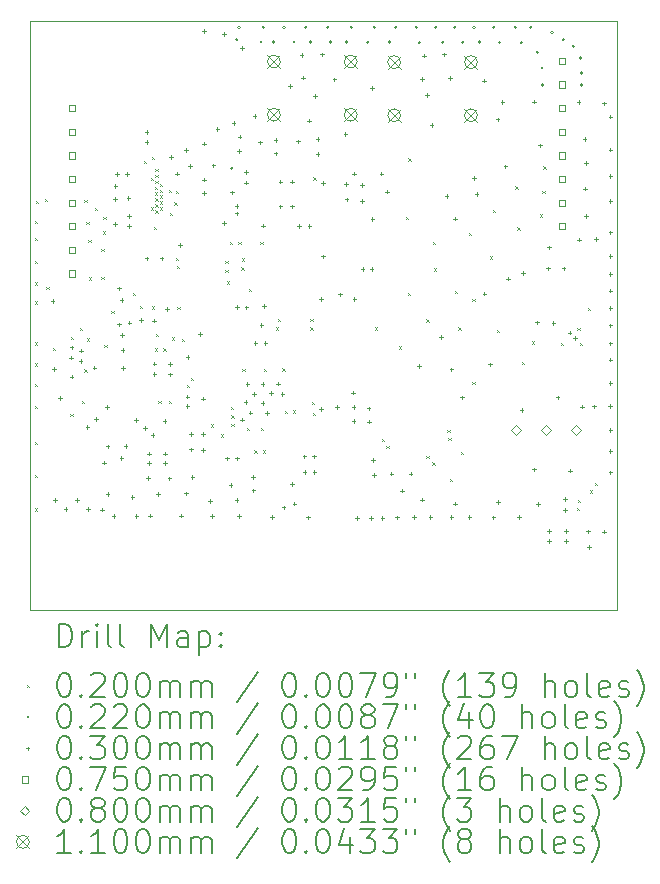
<source format=gbr>
%TF.GenerationSoftware,KiCad,Pcbnew,7.0.1*%
%TF.CreationDate,2023-10-11T20:36:58-05:00*%
%TF.ProjectId,Main_Board,4d61696e-5f42-46f6-9172-642e6b696361,1*%
%TF.SameCoordinates,Original*%
%TF.FileFunction,Drillmap*%
%TF.FilePolarity,Positive*%
%FSLAX45Y45*%
G04 Gerber Fmt 4.5, Leading zero omitted, Abs format (unit mm)*
G04 Created by KiCad (PCBNEW 7.0.1) date 2023-10-11 20:36:58*
%MOMM*%
%LPD*%
G01*
G04 APERTURE LIST*
%ADD10C,0.100000*%
%ADD11C,0.200000*%
%ADD12C,0.020000*%
%ADD13C,0.022000*%
%ADD14C,0.030000*%
%ADD15C,0.075000*%
%ADD16C,0.080000*%
%ADD17C,0.110000*%
G04 APERTURE END LIST*
D10*
X23483682Y-2000000D02*
X23483682Y-6983379D01*
X18516318Y-2000000D02*
X18516318Y-2000000D01*
X23483682Y-6983379D02*
X18516318Y-6983379D01*
X18516318Y-6983379D02*
X18516318Y-2000000D01*
X18516318Y-2000000D02*
X23483682Y-2000000D01*
D11*
D12*
X18554752Y-4210099D02*
X18574752Y-4230099D01*
X18574752Y-4210099D02*
X18554752Y-4230099D01*
X18554752Y-4372659D02*
X18574752Y-4392659D01*
X18574752Y-4372659D02*
X18554752Y-4392659D01*
X18556022Y-4720639D02*
X18576022Y-4740639D01*
X18576022Y-4720639D02*
X18556022Y-4740639D01*
X18556022Y-4895899D02*
X18576022Y-4915899D01*
X18576022Y-4895899D02*
X18556022Y-4915899D01*
X18556022Y-5071159D02*
X18576022Y-5091159D01*
X18576022Y-5071159D02*
X18556022Y-5091159D01*
X18557292Y-4027219D02*
X18577292Y-4047219D01*
X18577292Y-4027219D02*
X18557292Y-4047219D01*
X18558562Y-3689399D02*
X18578562Y-3709399D01*
X18578562Y-3689399D02*
X18558562Y-3709399D01*
X18558562Y-3836719D02*
X18578562Y-3856719D01*
X18578562Y-3836719D02*
X18558562Y-3856719D01*
X18558562Y-5561379D02*
X18578562Y-5581379D01*
X18578562Y-5561379D02*
X18558562Y-5581379D01*
X18558562Y-5840779D02*
X18578562Y-5860779D01*
X18578562Y-5840779D02*
X18558562Y-5860779D01*
X18558768Y-5256579D02*
X18578768Y-5276579D01*
X18578768Y-5256579D02*
X18558768Y-5276579D01*
X18558768Y-6125259D02*
X18578768Y-6145259D01*
X18578768Y-6125259D02*
X18558768Y-6145259D01*
X18563642Y-3519219D02*
X18583642Y-3539219D01*
X18583642Y-3519219D02*
X18563642Y-3539219D01*
X18639842Y-3503979D02*
X18659842Y-3523979D01*
X18659842Y-3503979D02*
X18639842Y-3523979D01*
X18655082Y-4250739D02*
X18675082Y-4270739D01*
X18675082Y-4250739D02*
X18655082Y-4270739D01*
X18710962Y-4763819D02*
X18730962Y-4783819D01*
X18730962Y-4763819D02*
X18710962Y-4783819D01*
X18858282Y-5322619D02*
X18878282Y-5342619D01*
X18878282Y-5322619D02*
X18858282Y-5342619D01*
X18863362Y-4674919D02*
X18883362Y-4694919D01*
X18883362Y-4674919D02*
X18863362Y-4694919D01*
X18939562Y-4598719D02*
X18959562Y-4618719D01*
X18959562Y-4598719D02*
X18939562Y-4618719D01*
X18957342Y-5213399D02*
X18977342Y-5233399D01*
X18977342Y-5213399D02*
X18957342Y-5233399D01*
X18977662Y-3511599D02*
X18997662Y-3531599D01*
X18997662Y-3511599D02*
X18977662Y-3531599D01*
X18977662Y-4946699D02*
X18997662Y-4966699D01*
X18997662Y-4946699D02*
X18977662Y-4966699D01*
X18992902Y-3699559D02*
X19012902Y-3719559D01*
X19012902Y-3699559D02*
X18992902Y-3719559D01*
X18995442Y-4685079D02*
X19015442Y-4705079D01*
X19015442Y-4685079D02*
X18995442Y-4705079D01*
X19010682Y-3849419D02*
X19030682Y-3869419D01*
X19030682Y-3849419D02*
X19010682Y-3869419D01*
X19014492Y-4169529D02*
X19034492Y-4189529D01*
X19034492Y-4169529D02*
X19014492Y-4189529D01*
X19066562Y-3580179D02*
X19086562Y-3600179D01*
X19086562Y-3580179D02*
X19066562Y-3600179D01*
X19119902Y-3925619D02*
X19139902Y-3945619D01*
X19139902Y-3925619D02*
X19119902Y-3945619D01*
X19121172Y-4164449D02*
X19141172Y-4184449D01*
X19141172Y-4164449D02*
X19121172Y-4184449D01*
X19132602Y-3778299D02*
X19152602Y-3798299D01*
X19152602Y-3778299D02*
X19132602Y-3798299D01*
X19137682Y-3656379D02*
X19157682Y-3676379D01*
X19157682Y-3656379D02*
X19137682Y-3676379D01*
X19146572Y-4738489D02*
X19166572Y-4758489D01*
X19166572Y-4738489D02*
X19146572Y-4758489D01*
X19203722Y-4453939D02*
X19223722Y-4473939D01*
X19223722Y-4453939D02*
X19203722Y-4473939D01*
X19385332Y-4301609D02*
X19405332Y-4321609D01*
X19405332Y-4301609D02*
X19385332Y-4321609D01*
X19447562Y-4410759D02*
X19467562Y-4430759D01*
X19467562Y-4410759D02*
X19447562Y-4430759D01*
X19481852Y-3181469D02*
X19501852Y-3201469D01*
X19501852Y-3181469D02*
X19481852Y-3201469D01*
X19538647Y-3575712D02*
X19558647Y-3595712D01*
X19558647Y-3575712D02*
X19538647Y-3595712D01*
X19538682Y-3325379D02*
X19558682Y-3345379D01*
X19558682Y-3325379D02*
X19538682Y-3345379D01*
X19546622Y-4413299D02*
X19566622Y-4433299D01*
X19566622Y-4413299D02*
X19546622Y-4433299D01*
X19549162Y-3148379D02*
X19569162Y-3168379D01*
X19569162Y-3148379D02*
X19549162Y-3168379D01*
X19564402Y-3742739D02*
X19584402Y-3762739D01*
X19584402Y-3742739D02*
X19564402Y-3762739D01*
X19574562Y-4771439D02*
X19594562Y-4791439D01*
X19594562Y-4771439D02*
X19574562Y-4791439D01*
X19575682Y-3400379D02*
X19595682Y-3420379D01*
X19595682Y-3400379D02*
X19575682Y-3420379D01*
X19575682Y-3450379D02*
X19595682Y-3470379D01*
X19595682Y-3450379D02*
X19575682Y-3470379D01*
X19576682Y-3250379D02*
X19596682Y-3270379D01*
X19596682Y-3250379D02*
X19576682Y-3270379D01*
X19576682Y-3350379D02*
X19596682Y-3370379D01*
X19596682Y-3350379D02*
X19576682Y-3370379D01*
X19576682Y-3500379D02*
X19596682Y-3520379D01*
X19596682Y-3500379D02*
X19576682Y-3520379D01*
X19576682Y-3550379D02*
X19596682Y-3570379D01*
X19596682Y-3550379D02*
X19576682Y-3570379D01*
X19577682Y-3602379D02*
X19597682Y-3622379D01*
X19597682Y-3602379D02*
X19577682Y-3622379D01*
X19578682Y-3300379D02*
X19598682Y-3320379D01*
X19598682Y-3300379D02*
X19578682Y-3320379D01*
X19582182Y-4645779D02*
X19602182Y-4665779D01*
X19602182Y-4645779D02*
X19582182Y-4665779D01*
X19602502Y-5212199D02*
X19622502Y-5232199D01*
X19622502Y-5212199D02*
X19602502Y-5232199D01*
X19613682Y-3425379D02*
X19633682Y-3445379D01*
X19633682Y-3425379D02*
X19613682Y-3445379D01*
X19614682Y-3375379D02*
X19634682Y-3395379D01*
X19634682Y-3375379D02*
X19614682Y-3395379D01*
X19614682Y-3475379D02*
X19634682Y-3495379D01*
X19634682Y-3475379D02*
X19614682Y-3495379D01*
X19614682Y-3525379D02*
X19634682Y-3545379D01*
X19634682Y-3525379D02*
X19614682Y-3545379D01*
X19614682Y-3575379D02*
X19634682Y-3595379D01*
X19634682Y-3575379D02*
X19614682Y-3595379D01*
X19645682Y-4771439D02*
X19665682Y-4791439D01*
X19665682Y-4771439D02*
X19645682Y-4791439D01*
X19691402Y-5212199D02*
X19711402Y-5232199D01*
X19711402Y-5212199D02*
X19691402Y-5232199D01*
X19693942Y-3430319D02*
X19713942Y-3450319D01*
X19713942Y-3430319D02*
X19693942Y-3450319D01*
X19699022Y-3623359D02*
X19719022Y-3643359D01*
X19719022Y-3623359D02*
X19699022Y-3643359D01*
X19719342Y-4677459D02*
X19739342Y-4697459D01*
X19739342Y-4677459D02*
X19719342Y-4697459D01*
X19737722Y-3533859D02*
X19757722Y-3553859D01*
X19757722Y-3533859D02*
X19737722Y-3553859D01*
X19749822Y-4001819D02*
X19769822Y-4021819D01*
X19769822Y-4001819D02*
X19749822Y-4021819D01*
X19752362Y-3435399D02*
X19772362Y-3455399D01*
X19772362Y-3435399D02*
X19752362Y-3455399D01*
X19759982Y-4072939D02*
X19779982Y-4092939D01*
X19779982Y-4072939D02*
X19759982Y-4092939D01*
X19762522Y-4418379D02*
X19782522Y-4438379D01*
X19782522Y-4418379D02*
X19762522Y-4438379D01*
X19800622Y-4687619D02*
X19820622Y-4707619D01*
X19820622Y-4687619D02*
X19800622Y-4707619D01*
X19846342Y-5081319D02*
X19866342Y-5101319D01*
X19866342Y-5081319D02*
X19846342Y-5101319D01*
X19879362Y-5017819D02*
X19899362Y-5037819D01*
X19899362Y-5017819D02*
X19879362Y-5037819D01*
X20049542Y-5414059D02*
X20069542Y-5434059D01*
X20069542Y-5414059D02*
X20049542Y-5434059D01*
X20130822Y-5497879D02*
X20150822Y-5517879D01*
X20150822Y-5497879D02*
X20130822Y-5517879D01*
X20171462Y-4028559D02*
X20191462Y-4048559D01*
X20191462Y-4028559D02*
X20171462Y-4048559D01*
X20171462Y-4104759D02*
X20191462Y-4124759D01*
X20191462Y-4104759D02*
X20171462Y-4124759D01*
X20181692Y-4202169D02*
X20201692Y-4222169D01*
X20201692Y-4202169D02*
X20181692Y-4222169D01*
X20207022Y-3865999D02*
X20227022Y-3885999D01*
X20227022Y-3865999D02*
X20207022Y-3885999D01*
X20217182Y-5262999D02*
X20237182Y-5282999D01*
X20237182Y-5262999D02*
X20217182Y-5282999D01*
X20219722Y-5336659D02*
X20239722Y-5356659D01*
X20239722Y-5336659D02*
X20219722Y-5356659D01*
X20222262Y-5410319D02*
X20242262Y-5430319D01*
X20242262Y-5410319D02*
X20222262Y-5430319D01*
X20280682Y-3865999D02*
X20300682Y-3885999D01*
X20300682Y-3865999D02*
X20280682Y-3885999D01*
X20306082Y-4084439D02*
X20326082Y-4104439D01*
X20326082Y-4084439D02*
X20306082Y-4104439D01*
X20308622Y-4008239D02*
X20328622Y-4028239D01*
X20328622Y-4008239D02*
X20308622Y-4028239D01*
X20313702Y-4944159D02*
X20333702Y-4964159D01*
X20333702Y-4944159D02*
X20313702Y-4964159D01*
X20352182Y-5442879D02*
X20372182Y-5462879D01*
X20372182Y-5442879D02*
X20352182Y-5462879D01*
X20369582Y-4267319D02*
X20389582Y-4287319D01*
X20389582Y-4267319D02*
X20369582Y-4287319D01*
X20417182Y-5632879D02*
X20437182Y-5652879D01*
X20437182Y-5632879D02*
X20417182Y-5652879D01*
X20466102Y-3868539D02*
X20486102Y-3888539D01*
X20486102Y-3868539D02*
X20466102Y-3888539D01*
X20472182Y-5445379D02*
X20492182Y-5465379D01*
X20492182Y-5445379D02*
X20472182Y-5465379D01*
X20487182Y-5632879D02*
X20507182Y-5652879D01*
X20507182Y-5632879D02*
X20487182Y-5652879D01*
X20494042Y-4944159D02*
X20514042Y-4964159D01*
X20514042Y-4944159D02*
X20494042Y-4964159D01*
X20598182Y-4591099D02*
X20618182Y-4611099D01*
X20618182Y-4591099D02*
X20598182Y-4611099D01*
X20615962Y-4519979D02*
X20635962Y-4539979D01*
X20635962Y-4519979D02*
X20615962Y-4539979D01*
X20654062Y-4939079D02*
X20674062Y-4959079D01*
X20674062Y-4939079D02*
X20654062Y-4959079D01*
X20671842Y-5297219D02*
X20691842Y-5317219D01*
X20691842Y-5297219D02*
X20671842Y-5317219D01*
X20742122Y-5296379D02*
X20762122Y-5316379D01*
X20762122Y-5296379D02*
X20742122Y-5316379D01*
X20890282Y-4519979D02*
X20910282Y-4539979D01*
X20910282Y-4519979D02*
X20890282Y-4539979D01*
X20890282Y-4591099D02*
X20910282Y-4611099D01*
X20910282Y-4591099D02*
X20890282Y-4611099D01*
X20902982Y-5221019D02*
X20922982Y-5241019D01*
X20922982Y-5221019D02*
X20902982Y-5241019D01*
X20910602Y-5317539D02*
X20930602Y-5337539D01*
X20930602Y-5317539D02*
X20910602Y-5337539D01*
X20915682Y-3321099D02*
X20935682Y-3341099D01*
X20935682Y-3321099D02*
X20915682Y-3341099D01*
X21433842Y-4591099D02*
X21453842Y-4611099D01*
X21453842Y-4591099D02*
X21433842Y-4611099D01*
X21494682Y-5537879D02*
X21514682Y-5557879D01*
X21514682Y-5537879D02*
X21494682Y-5557879D01*
X21532182Y-5597879D02*
X21552182Y-5617879D01*
X21552182Y-5597879D02*
X21532182Y-5617879D01*
X21637042Y-4753659D02*
X21657042Y-4773659D01*
X21657042Y-4753659D02*
X21637042Y-4773659D01*
X21700542Y-3656379D02*
X21720542Y-3676379D01*
X21720542Y-3656379D02*
X21700542Y-3676379D01*
X21713242Y-4301539D02*
X21733242Y-4321539D01*
X21733242Y-4301539D02*
X21713242Y-4321539D01*
X21718322Y-3161079D02*
X21738322Y-3181079D01*
X21738322Y-3161079D02*
X21718322Y-3181079D01*
X21870722Y-4525059D02*
X21890722Y-4545059D01*
X21890722Y-4525059D02*
X21870722Y-4545059D01*
X21872182Y-5682879D02*
X21892182Y-5702879D01*
X21892182Y-5682879D02*
X21872182Y-5702879D01*
X21922182Y-5735379D02*
X21942182Y-5755379D01*
X21942182Y-5735379D02*
X21922182Y-5755379D01*
X21926602Y-3869739D02*
X21946602Y-3889739D01*
X21946602Y-3869739D02*
X21926602Y-3889739D01*
X21936762Y-4093259D02*
X21956762Y-4113259D01*
X21956762Y-4093259D02*
X21936762Y-4113259D01*
X22049682Y-5460379D02*
X22069682Y-5480379D01*
X22069682Y-5460379D02*
X22049682Y-5480379D01*
X22059682Y-5530379D02*
X22079682Y-5550379D01*
X22079682Y-5530379D02*
X22059682Y-5550379D01*
X22068842Y-5873799D02*
X22088842Y-5893799D01*
X22088842Y-5873799D02*
X22068842Y-5893799D01*
X22114562Y-4281219D02*
X22134562Y-4301219D01*
X22134562Y-4281219D02*
X22114562Y-4301219D01*
X22141692Y-4592169D02*
X22161692Y-4612169D01*
X22161692Y-4592169D02*
X22141692Y-4612169D01*
X22165362Y-5645199D02*
X22185362Y-5665199D01*
X22185362Y-5645199D02*
X22165362Y-5665199D01*
X22233942Y-3793539D02*
X22253942Y-3813539D01*
X22253942Y-3793539D02*
X22233942Y-3813539D01*
X22261692Y-4352169D02*
X22281692Y-4372169D01*
X22281692Y-4352169D02*
X22261692Y-4372169D01*
X22261882Y-5055919D02*
X22281882Y-5075919D01*
X22281882Y-5055919D02*
X22261882Y-5075919D01*
X22411742Y-3991659D02*
X22431742Y-4011659D01*
X22431742Y-3991659D02*
X22411742Y-4011659D01*
X22433415Y-3597178D02*
X22453415Y-3617178D01*
X22453415Y-3597178D02*
X22433415Y-3617178D01*
X22471692Y-4612169D02*
X22491692Y-4632169D01*
X22491692Y-4612169D02*
X22471692Y-4632169D01*
X22625102Y-3397299D02*
X22645102Y-3417299D01*
X22645102Y-3397299D02*
X22625102Y-3417299D01*
X22642882Y-3745279D02*
X22662882Y-3765279D01*
X22662882Y-3745279D02*
X22642882Y-3765279D01*
X22678442Y-4885739D02*
X22698442Y-4905739D01*
X22698442Y-4885739D02*
X22678442Y-4905739D01*
X22767342Y-4712219D02*
X22787342Y-4732219D01*
X22787342Y-4712219D02*
X22767342Y-4732219D01*
X22833382Y-3636059D02*
X22853382Y-3656059D01*
X22853382Y-3636059D02*
X22833382Y-3656059D01*
X22853702Y-3435399D02*
X22873702Y-3455399D01*
X22873702Y-3435399D02*
X22853702Y-3455399D01*
X22863862Y-3229659D02*
X22883862Y-3249659D01*
X22883862Y-3229659D02*
X22863862Y-3249659D01*
X23012182Y-4725379D02*
X23032182Y-4745379D01*
X23032182Y-4725379D02*
X23012182Y-4745379D01*
X23145802Y-6122719D02*
X23165802Y-6142719D01*
X23165802Y-6122719D02*
X23145802Y-6142719D01*
X23150882Y-4598719D02*
X23170882Y-4618719D01*
X23170882Y-4598719D02*
X23150882Y-4618719D01*
X23155962Y-6051599D02*
X23175962Y-6071599D01*
X23175962Y-6051599D02*
X23155962Y-6071599D01*
X23173742Y-4723179D02*
X23193742Y-4743179D01*
X23193742Y-4723179D02*
X23173742Y-4743179D01*
X23237242Y-4425999D02*
X23257242Y-4445999D01*
X23257242Y-4425999D02*
X23237242Y-4445999D01*
X23255022Y-5972859D02*
X23275022Y-5992859D01*
X23275022Y-5972859D02*
X23255022Y-5992859D01*
X23300742Y-5906819D02*
X23320742Y-5926819D01*
X23320742Y-5906819D02*
X23300742Y-5926819D01*
D13*
X20235642Y-3245379D02*
G75*
G03*
X20235642Y-3245379I-11000J0D01*
G01*
X20277692Y-2157169D02*
G75*
G03*
X20277692Y-2157169I-11000J0D01*
G01*
X20297692Y-2052169D02*
G75*
G03*
X20297692Y-2052169I-11000J0D01*
G01*
X20482692Y-2177169D02*
G75*
G03*
X20482692Y-2177169I-11000J0D01*
G01*
X20502692Y-2052169D02*
G75*
G03*
X20502692Y-2052169I-11000J0D01*
G01*
X20587692Y-2177169D02*
G75*
G03*
X20587692Y-2177169I-11000J0D01*
G01*
X20677692Y-2052169D02*
G75*
G03*
X20677692Y-2052169I-11000J0D01*
G01*
X20762692Y-2177169D02*
G75*
G03*
X20762692Y-2177169I-11000J0D01*
G01*
X20862692Y-2052169D02*
G75*
G03*
X20862692Y-2052169I-11000J0D01*
G01*
X20902692Y-2177169D02*
G75*
G03*
X20902692Y-2177169I-11000J0D01*
G01*
X21047692Y-2052169D02*
G75*
G03*
X21047692Y-2052169I-11000J0D01*
G01*
X21072692Y-2177169D02*
G75*
G03*
X21072692Y-2177169I-11000J0D01*
G01*
X21207692Y-2177169D02*
G75*
G03*
X21207692Y-2177169I-11000J0D01*
G01*
X21247692Y-2052169D02*
G75*
G03*
X21247692Y-2052169I-11000J0D01*
G01*
X21387692Y-2177169D02*
G75*
G03*
X21387692Y-2177169I-11000J0D01*
G01*
X21442692Y-2052169D02*
G75*
G03*
X21442692Y-2052169I-11000J0D01*
G01*
X21572692Y-2177169D02*
G75*
G03*
X21572692Y-2177169I-11000J0D01*
G01*
X21622692Y-2052169D02*
G75*
G03*
X21622692Y-2052169I-11000J0D01*
G01*
X21797692Y-2052169D02*
G75*
G03*
X21797692Y-2052169I-11000J0D01*
G01*
X21822692Y-2182169D02*
G75*
G03*
X21822692Y-2182169I-11000J0D01*
G01*
X21962692Y-2052169D02*
G75*
G03*
X21962692Y-2052169I-11000J0D01*
G01*
X22022692Y-2177169D02*
G75*
G03*
X22022692Y-2177169I-11000J0D01*
G01*
X22122692Y-2052169D02*
G75*
G03*
X22122692Y-2052169I-11000J0D01*
G01*
X22192692Y-2177169D02*
G75*
G03*
X22192692Y-2177169I-11000J0D01*
G01*
X22287692Y-2052169D02*
G75*
G03*
X22287692Y-2052169I-11000J0D01*
G01*
X22332692Y-2177169D02*
G75*
G03*
X22332692Y-2177169I-11000J0D01*
G01*
X22452692Y-2052169D02*
G75*
G03*
X22452692Y-2052169I-11000J0D01*
G01*
X22502692Y-2182169D02*
G75*
G03*
X22502692Y-2182169I-11000J0D01*
G01*
X22637692Y-2052169D02*
G75*
G03*
X22637692Y-2052169I-11000J0D01*
G01*
X22687692Y-2182169D02*
G75*
G03*
X22687692Y-2182169I-11000J0D01*
G01*
X22767692Y-2052169D02*
G75*
G03*
X22767692Y-2052169I-11000J0D01*
G01*
X22822692Y-2262169D02*
G75*
G03*
X22822692Y-2262169I-11000J0D01*
G01*
X22862692Y-2397169D02*
G75*
G03*
X22862692Y-2397169I-11000J0D01*
G01*
X22867692Y-2542169D02*
G75*
G03*
X22867692Y-2542169I-11000J0D01*
G01*
X22947692Y-2097169D02*
G75*
G03*
X22947692Y-2097169I-11000J0D01*
G01*
X23042692Y-2157169D02*
G75*
G03*
X23042692Y-2157169I-11000J0D01*
G01*
X23127692Y-2212169D02*
G75*
G03*
X23127692Y-2212169I-11000J0D01*
G01*
X23187692Y-2312169D02*
G75*
G03*
X23187692Y-2312169I-11000J0D01*
G01*
X23197692Y-2437169D02*
G75*
G03*
X23197692Y-2437169I-11000J0D01*
G01*
X23197692Y-2542169D02*
G75*
G03*
X23197692Y-2542169I-11000J0D01*
G01*
D14*
X18708902Y-4353579D02*
X18708902Y-4383579D01*
X18693902Y-4368579D02*
X18723902Y-4368579D01*
X18720962Y-4931539D02*
X18720962Y-4961539D01*
X18705962Y-4946539D02*
X18735962Y-4946539D01*
X18728582Y-6041519D02*
X18728582Y-6071519D01*
X18713582Y-6056519D02*
X18743582Y-6056519D01*
X18772682Y-5173379D02*
X18772682Y-5203379D01*
X18757682Y-5188379D02*
X18787682Y-5188379D01*
X18817482Y-6115179D02*
X18817482Y-6145179D01*
X18802482Y-6130179D02*
X18832482Y-6130179D01*
X18863202Y-4833819D02*
X18863202Y-4863819D01*
X18848202Y-4848819D02*
X18878202Y-4848819D01*
X18868282Y-4747459D02*
X18868282Y-4777459D01*
X18853282Y-4762459D02*
X18883282Y-4762459D01*
X18868892Y-4994719D02*
X18868892Y-5024719D01*
X18853892Y-5009719D02*
X18883892Y-5009719D01*
X18914002Y-6038979D02*
X18914002Y-6068979D01*
X18899002Y-6053979D02*
X18929002Y-6053979D01*
X18944482Y-4864299D02*
X18944482Y-4894299D01*
X18929482Y-4879299D02*
X18959482Y-4879299D01*
X18949562Y-4775399D02*
X18949562Y-4805399D01*
X18934562Y-4790399D02*
X18964562Y-4790399D01*
X19001632Y-5419289D02*
X19001632Y-5449289D01*
X18986632Y-5434289D02*
X19016632Y-5434289D01*
X19005442Y-6115179D02*
X19005442Y-6145179D01*
X18990442Y-6130179D02*
X19020442Y-6130179D01*
X19061322Y-4918839D02*
X19061322Y-4948839D01*
X19046322Y-4933839D02*
X19076322Y-4933839D01*
X19075292Y-5353249D02*
X19075292Y-5383249D01*
X19060292Y-5368249D02*
X19090292Y-5368249D01*
X19124682Y-6120379D02*
X19124682Y-6150379D01*
X19109682Y-6135379D02*
X19139682Y-6135379D01*
X19143682Y-5723379D02*
X19143682Y-5753379D01*
X19128682Y-5738379D02*
X19158682Y-5738379D01*
X19168002Y-5251579D02*
X19168002Y-5281579D01*
X19153002Y-5266579D02*
X19183002Y-5266579D01*
X19173082Y-5585659D02*
X19173082Y-5615659D01*
X19158082Y-5600659D02*
X19188082Y-5600659D01*
X19173682Y-5986379D02*
X19173682Y-6016379D01*
X19158682Y-6001379D02*
X19188682Y-6001379D01*
X19223882Y-6176139D02*
X19223882Y-6206139D01*
X19208882Y-6191139D02*
X19238882Y-6191139D01*
X19234042Y-3488819D02*
X19234042Y-3518819D01*
X19219042Y-3503819D02*
X19249042Y-3503819D01*
X19236582Y-3704719D02*
X19236582Y-3734719D01*
X19221582Y-3719719D02*
X19251582Y-3719719D01*
X19239122Y-3382139D02*
X19239122Y-3412139D01*
X19224122Y-3397139D02*
X19254122Y-3397139D01*
X19254362Y-3277999D02*
X19254362Y-3307999D01*
X19239362Y-3292999D02*
X19269362Y-3292999D01*
X19272142Y-4248279D02*
X19272142Y-4278279D01*
X19257142Y-4263279D02*
X19287142Y-4263279D01*
X19272142Y-4553079D02*
X19272142Y-4583079D01*
X19257142Y-4568079D02*
X19287142Y-4568079D01*
X19290682Y-5683379D02*
X19290682Y-5713379D01*
X19275682Y-5698379D02*
X19305682Y-5698379D01*
X19292462Y-4347339D02*
X19292462Y-4377339D01*
X19277462Y-4362339D02*
X19307462Y-4362339D01*
X19297542Y-4644519D02*
X19297542Y-4674519D01*
X19282542Y-4659519D02*
X19312542Y-4659519D01*
X19300082Y-4767779D02*
X19300082Y-4797779D01*
X19285082Y-4782779D02*
X19315082Y-4782779D01*
X19305182Y-4923129D02*
X19305182Y-4953129D01*
X19290182Y-4938129D02*
X19320182Y-4938129D01*
X19325482Y-5580579D02*
X19325482Y-5610579D01*
X19310482Y-5595579D02*
X19340482Y-5595579D01*
X19335642Y-3277999D02*
X19335642Y-3307999D01*
X19320642Y-3292999D02*
X19350642Y-3292999D01*
X19349432Y-3484379D02*
X19349432Y-3514379D01*
X19334432Y-3499379D02*
X19364432Y-3499379D01*
X19353422Y-3636139D02*
X19353422Y-3666139D01*
X19338422Y-3651139D02*
X19368422Y-3651139D01*
X19353422Y-3717419D02*
X19353422Y-3747419D01*
X19338422Y-3732419D02*
X19368422Y-3732419D01*
X19358502Y-4537839D02*
X19358502Y-4567839D01*
X19343502Y-4552839D02*
X19373502Y-4552839D01*
X19383902Y-6013579D02*
X19383902Y-6043579D01*
X19368902Y-6028579D02*
X19398902Y-6028579D01*
X19411842Y-5363339D02*
X19411842Y-5393339D01*
X19396842Y-5378339D02*
X19426842Y-5378339D01*
X19416922Y-6176139D02*
X19416922Y-6206139D01*
X19401922Y-6191139D02*
X19431922Y-6191139D01*
X19457562Y-4514979D02*
X19457562Y-4544979D01*
X19442562Y-4529979D02*
X19472562Y-4529979D01*
X19488042Y-5428179D02*
X19488042Y-5458179D01*
X19473042Y-5443179D02*
X19503042Y-5443179D01*
X19503282Y-2924939D02*
X19503282Y-2954939D01*
X19488282Y-2939939D02*
X19518282Y-2939939D01*
X19503282Y-3006219D02*
X19503282Y-3036219D01*
X19488282Y-3021219D02*
X19518282Y-3021219D01*
X19503282Y-3994279D02*
X19503282Y-4024279D01*
X19488282Y-4009279D02*
X19518282Y-4009279D01*
X19515682Y-5853379D02*
X19515682Y-5883379D01*
X19500682Y-5868379D02*
X19530682Y-5868379D01*
X19523602Y-5646619D02*
X19523602Y-5676619D01*
X19508602Y-5661619D02*
X19538602Y-5661619D01*
X19523602Y-5727899D02*
X19523602Y-5757899D01*
X19508602Y-5742899D02*
X19538602Y-5742899D01*
X19533762Y-6171059D02*
X19533762Y-6201059D01*
X19518762Y-6186059D02*
X19548762Y-6186059D01*
X19554082Y-5489139D02*
X19554082Y-5519139D01*
X19539082Y-5504139D02*
X19569082Y-5504139D01*
X19566682Y-4521379D02*
X19566682Y-4551379D01*
X19551682Y-4536379D02*
X19581682Y-4536379D01*
X19569322Y-4884619D02*
X19569322Y-4914619D01*
X19554322Y-4899619D02*
X19584322Y-4899619D01*
X19570682Y-4970979D02*
X19570682Y-5000979D01*
X19555682Y-4985979D02*
X19585682Y-4985979D01*
X19602342Y-5988179D02*
X19602342Y-6018179D01*
X19587342Y-6003179D02*
X19617342Y-6003179D01*
X19630282Y-3994279D02*
X19630282Y-4024279D01*
X19615282Y-4009279D02*
X19645282Y-4009279D01*
X19655682Y-5372299D02*
X19655682Y-5402299D01*
X19640682Y-5387299D02*
X19670682Y-5387299D01*
X19660762Y-5646619D02*
X19660762Y-5676619D01*
X19645762Y-5661619D02*
X19675762Y-5661619D01*
X19660762Y-5727899D02*
X19660762Y-5757899D01*
X19645762Y-5742899D02*
X19675762Y-5742899D01*
X19677324Y-4422125D02*
X19677324Y-4452125D01*
X19662324Y-4437125D02*
X19692324Y-4437125D01*
X19697682Y-5856379D02*
X19697682Y-5886379D01*
X19682682Y-5871379D02*
X19712682Y-5871379D01*
X19701402Y-4889699D02*
X19701402Y-4919699D01*
X19686402Y-4904699D02*
X19716402Y-4904699D01*
X19702682Y-4976059D02*
X19702682Y-5006059D01*
X19687682Y-4991059D02*
X19717682Y-4991059D01*
X19711562Y-3133219D02*
X19711562Y-3163219D01*
X19696562Y-3148219D02*
X19726562Y-3148219D01*
X19762362Y-3275459D02*
X19762362Y-3305459D01*
X19747362Y-3290459D02*
X19777362Y-3290459D01*
X19786932Y-3882379D02*
X19786932Y-3912379D01*
X19771932Y-3897379D02*
X19801932Y-3897379D01*
X19792842Y-6171059D02*
X19792842Y-6201059D01*
X19777842Y-6186059D02*
X19807842Y-6186059D01*
X19838562Y-3077339D02*
X19838562Y-3107339D01*
X19823562Y-3092339D02*
X19853562Y-3092339D01*
X19838562Y-5983099D02*
X19838562Y-6013099D01*
X19823562Y-5998099D02*
X19853562Y-5998099D01*
X19848722Y-5164019D02*
X19848722Y-5194019D01*
X19833722Y-5179019D02*
X19863722Y-5179019D01*
X19848722Y-5245299D02*
X19848722Y-5275299D01*
X19833722Y-5260299D02*
X19863722Y-5260299D01*
X19851682Y-4826629D02*
X19851682Y-4856629D01*
X19836682Y-4841629D02*
X19866682Y-4841629D01*
X19870682Y-3209379D02*
X19870682Y-3239379D01*
X19855682Y-3224379D02*
X19885682Y-3224379D01*
X19879202Y-5478979D02*
X19879202Y-5508979D01*
X19864202Y-5493979D02*
X19894202Y-5493979D01*
X19879202Y-5611059D02*
X19879202Y-5641059D01*
X19864202Y-5626059D02*
X19894202Y-5626059D01*
X19891682Y-5842379D02*
X19891682Y-5872379D01*
X19876682Y-5857379D02*
X19906682Y-5857379D01*
X19955402Y-4634359D02*
X19955402Y-4664359D01*
X19940402Y-4649359D02*
X19970402Y-4649359D01*
X19980682Y-5181079D02*
X19980682Y-5211079D01*
X19965682Y-5196079D02*
X19995682Y-5196079D01*
X19980802Y-5478979D02*
X19980802Y-5508979D01*
X19965802Y-5493979D02*
X19995802Y-5493979D01*
X19980802Y-5616139D02*
X19980802Y-5646139D01*
X19965802Y-5631139D02*
X19995802Y-5631139D01*
X19988182Y-3327379D02*
X19988182Y-3357379D01*
X19973182Y-3342379D02*
X20003182Y-3342379D01*
X19988182Y-3441379D02*
X19988182Y-3471379D01*
X19973182Y-3456379D02*
X20003182Y-3456379D01*
X19988422Y-2066419D02*
X19988422Y-2096419D01*
X19973422Y-2081419D02*
X20003422Y-2081419D01*
X19989682Y-3022379D02*
X19989682Y-3052379D01*
X19974682Y-3037379D02*
X20004682Y-3037379D01*
X20041762Y-6046599D02*
X20041762Y-6076599D01*
X20026762Y-6061599D02*
X20056762Y-6061599D01*
X20057002Y-6176139D02*
X20057002Y-6206139D01*
X20042002Y-6191139D02*
X20072002Y-6191139D01*
X20069702Y-3206879D02*
X20069702Y-3236879D01*
X20054702Y-3221879D02*
X20084702Y-3221879D01*
X20102722Y-2899539D02*
X20102722Y-2929539D01*
X20087722Y-2914539D02*
X20117722Y-2914539D01*
X20160032Y-3693129D02*
X20160032Y-3723129D01*
X20145032Y-3708129D02*
X20175032Y-3708129D01*
X20161142Y-2091819D02*
X20161142Y-2121819D01*
X20146142Y-2106819D02*
X20176142Y-2106819D01*
X20186542Y-5687259D02*
X20186542Y-5717259D01*
X20171542Y-5702259D02*
X20201542Y-5702259D01*
X20214482Y-5911979D02*
X20214482Y-5941979D01*
X20199482Y-5926979D02*
X20229482Y-5926979D01*
X20227182Y-3434279D02*
X20227182Y-3464279D01*
X20212182Y-3449279D02*
X20242182Y-3449279D01*
X20239882Y-2848739D02*
X20239882Y-2878739D01*
X20224882Y-2863739D02*
X20254882Y-2863739D01*
X20265282Y-3548579D02*
X20265282Y-3578579D01*
X20250282Y-3563579D02*
X20280282Y-3563579D01*
X20265282Y-3612079D02*
X20265282Y-3642079D01*
X20250282Y-3627079D02*
X20280282Y-3627079D01*
X20265282Y-6038979D02*
X20265282Y-6068979D01*
X20250282Y-6053979D02*
X20280282Y-6053979D01*
X20267822Y-4405759D02*
X20267822Y-4435759D01*
X20252822Y-4420759D02*
X20282822Y-4420759D01*
X20270362Y-5687259D02*
X20270362Y-5717259D01*
X20255362Y-5702259D02*
X20285362Y-5702259D01*
X20285602Y-6176139D02*
X20285602Y-6206139D01*
X20270602Y-6191139D02*
X20300602Y-6191139D01*
X20288142Y-3084959D02*
X20288142Y-3114959D01*
X20273142Y-3099959D02*
X20303142Y-3099959D01*
X20290682Y-2963039D02*
X20290682Y-2993039D01*
X20275682Y-2978039D02*
X20305682Y-2978039D01*
X20311002Y-2212539D02*
X20311002Y-2242539D01*
X20296002Y-2227539D02*
X20326002Y-2227539D01*
X20313542Y-5358259D02*
X20313542Y-5388259D01*
X20298542Y-5373259D02*
X20328542Y-5373259D01*
X20341482Y-5210939D02*
X20341482Y-5240939D01*
X20326482Y-5225939D02*
X20356482Y-5225939D01*
X20344022Y-3260219D02*
X20344022Y-3290219D01*
X20329022Y-3275219D02*
X20359022Y-3275219D01*
X20346562Y-3351659D02*
X20346562Y-3381659D01*
X20331562Y-3366659D02*
X20361562Y-3366659D01*
X20349102Y-4408299D02*
X20349102Y-4438299D01*
X20334102Y-4423299D02*
X20364102Y-4423299D01*
X20356722Y-5055999D02*
X20356722Y-5085999D01*
X20341722Y-5070999D02*
X20371722Y-5070999D01*
X20382122Y-5299839D02*
X20382122Y-5329839D01*
X20367122Y-5314839D02*
X20397122Y-5314839D01*
X20404982Y-5845939D02*
X20404982Y-5875939D01*
X20389982Y-5860939D02*
X20419982Y-5860939D01*
X20407522Y-5957699D02*
X20407522Y-5987699D01*
X20392522Y-5972699D02*
X20422522Y-5972699D01*
X20415142Y-5139819D02*
X20415142Y-5169819D01*
X20400142Y-5154819D02*
X20430142Y-5154819D01*
X20417682Y-2787779D02*
X20417682Y-2817779D01*
X20402682Y-2802779D02*
X20432682Y-2802779D01*
X20425302Y-4711899D02*
X20425302Y-4741899D01*
X20410302Y-4726899D02*
X20440302Y-4726899D01*
X20461692Y-3012169D02*
X20461692Y-3042169D01*
X20446692Y-3027169D02*
X20476692Y-3027169D01*
X20476102Y-4555619D02*
X20476102Y-4585619D01*
X20461102Y-4570619D02*
X20491102Y-4570619D01*
X20486262Y-5055999D02*
X20486262Y-5085999D01*
X20471262Y-5070999D02*
X20501262Y-5070999D01*
X20486262Y-5216019D02*
X20486262Y-5246019D01*
X20471262Y-5231019D02*
X20501262Y-5231019D01*
X20489182Y-3716379D02*
X20489182Y-3746379D01*
X20474182Y-3731379D02*
X20504182Y-3731379D01*
X20498852Y-4397049D02*
X20498852Y-4427049D01*
X20483852Y-4412049D02*
X20513852Y-4412049D01*
X20509122Y-4711899D02*
X20509122Y-4741899D01*
X20494122Y-4726899D02*
X20524122Y-4726899D01*
X20521822Y-5302379D02*
X20521822Y-5332379D01*
X20506822Y-5317379D02*
X20536822Y-5317379D01*
X20554842Y-5134739D02*
X20554842Y-5164739D01*
X20539842Y-5149739D02*
X20569842Y-5149739D01*
X20565002Y-6181219D02*
X20565002Y-6211219D01*
X20550002Y-6196219D02*
X20580002Y-6196219D01*
X20595482Y-2989779D02*
X20595482Y-3019779D01*
X20580482Y-3004779D02*
X20610482Y-3004779D01*
X20595482Y-3104079D02*
X20595482Y-3134079D01*
X20580482Y-3119079D02*
X20610482Y-3119079D01*
X20615802Y-5053459D02*
X20615802Y-5083459D01*
X20600802Y-5068459D02*
X20630802Y-5068459D01*
X20636122Y-3344039D02*
X20636122Y-3374039D01*
X20621122Y-3359039D02*
X20651122Y-3359039D01*
X20636122Y-3553189D02*
X20636122Y-3583189D01*
X20621122Y-3568189D02*
X20651122Y-3568189D01*
X20653902Y-5139819D02*
X20653902Y-5169819D01*
X20638902Y-5154819D02*
X20668902Y-5154819D01*
X20664062Y-6102479D02*
X20664062Y-6132479D01*
X20649062Y-6117479D02*
X20679062Y-6117479D01*
X20716692Y-2532169D02*
X20716692Y-2562169D01*
X20701692Y-2547169D02*
X20731692Y-2547169D01*
X20735182Y-3344039D02*
X20735182Y-3374039D01*
X20720182Y-3359039D02*
X20750182Y-3359039D01*
X20735182Y-3553189D02*
X20735182Y-3583189D01*
X20720182Y-3568189D02*
X20750182Y-3568189D01*
X20735182Y-5904359D02*
X20735182Y-5934359D01*
X20720182Y-5919359D02*
X20750182Y-5919359D01*
X20755502Y-6069459D02*
X20755502Y-6099459D01*
X20740502Y-6084459D02*
X20770502Y-6084459D01*
X20786692Y-3002169D02*
X20786692Y-3032169D01*
X20771692Y-3017169D02*
X20801692Y-3017169D01*
X20793602Y-3717419D02*
X20793602Y-3747419D01*
X20778602Y-3732419D02*
X20808602Y-3732419D01*
X20816692Y-2272169D02*
X20816692Y-2302169D01*
X20801692Y-2287169D02*
X20831692Y-2287169D01*
X20829162Y-2462659D02*
X20829162Y-2492659D01*
X20814162Y-2477659D02*
X20844162Y-2477659D01*
X20839682Y-5670379D02*
X20839682Y-5700379D01*
X20824682Y-5685379D02*
X20854682Y-5685379D01*
X20842182Y-5802879D02*
X20842182Y-5832879D01*
X20827182Y-5817879D02*
X20857182Y-5817879D01*
X20869802Y-6186299D02*
X20869802Y-6216299D01*
X20854802Y-6201299D02*
X20884802Y-6201299D01*
X20876692Y-2827169D02*
X20876692Y-2857169D01*
X20861692Y-2842169D02*
X20891692Y-2842169D01*
X20882502Y-3717419D02*
X20882502Y-3747419D01*
X20867502Y-3732419D02*
X20897502Y-3732419D01*
X20922182Y-5670379D02*
X20922182Y-5700379D01*
X20907182Y-5685379D02*
X20937182Y-5685379D01*
X20924682Y-5802879D02*
X20924682Y-5832879D01*
X20909682Y-5817879D02*
X20939682Y-5817879D01*
X20931692Y-2617169D02*
X20931692Y-2647169D01*
X20916692Y-2632169D02*
X20946692Y-2632169D01*
X20951082Y-2980819D02*
X20951082Y-3010819D01*
X20936082Y-2995819D02*
X20966082Y-2995819D01*
X20951082Y-3107819D02*
X20951082Y-3137819D01*
X20936082Y-3122819D02*
X20966082Y-3122819D01*
X20979022Y-4339719D02*
X20979022Y-4369719D01*
X20964022Y-4354719D02*
X20994022Y-4354719D01*
X20981562Y-5266819D02*
X20981562Y-5296819D01*
X20966562Y-5281819D02*
X20996562Y-5281819D01*
X20986692Y-2267169D02*
X20986692Y-2297169D01*
X20971692Y-2282169D02*
X21001692Y-2282169D01*
X20996802Y-3356739D02*
X20996802Y-3386739D01*
X20981802Y-3371739D02*
X21011802Y-3371739D01*
X20996802Y-3976499D02*
X20996802Y-4006499D01*
X20981802Y-3991499D02*
X21011802Y-3991499D01*
X21093322Y-2477899D02*
X21093322Y-2507899D01*
X21078322Y-2492899D02*
X21108322Y-2492899D01*
X21116182Y-5250379D02*
X21116182Y-5280379D01*
X21101182Y-5265379D02*
X21131182Y-5265379D01*
X21139042Y-4299079D02*
X21139042Y-4329079D01*
X21124042Y-4314079D02*
X21154042Y-4314079D01*
X21186692Y-2942169D02*
X21186692Y-2972169D01*
X21171692Y-2957169D02*
X21201692Y-2957169D01*
X21189842Y-3364359D02*
X21189842Y-3394359D01*
X21174842Y-3379359D02*
X21204842Y-3379359D01*
X21197462Y-3493899D02*
X21197462Y-3523899D01*
X21182462Y-3508899D02*
X21212462Y-3508899D01*
X21250802Y-5129659D02*
X21250802Y-5159659D01*
X21235802Y-5144659D02*
X21265802Y-5144659D01*
X21255882Y-5250379D02*
X21255882Y-5280379D01*
X21240882Y-5265379D02*
X21270882Y-5265379D01*
X21256682Y-5371879D02*
X21256682Y-5401879D01*
X21241682Y-5386879D02*
X21271682Y-5386879D01*
X21260962Y-3275459D02*
X21260962Y-3305459D01*
X21245962Y-3290459D02*
X21275962Y-3290459D01*
X21263502Y-4339719D02*
X21263502Y-4369719D01*
X21248502Y-4354719D02*
X21278502Y-4354719D01*
X21286362Y-6191379D02*
X21286362Y-6221379D01*
X21271362Y-6206379D02*
X21301362Y-6206379D01*
X21329782Y-3373939D02*
X21329782Y-3403939D01*
X21314782Y-3388939D02*
X21344782Y-3388939D01*
X21329782Y-3508939D02*
X21329782Y-3538939D01*
X21314782Y-3523939D02*
X21344782Y-3523939D01*
X21333582Y-4085339D02*
X21333582Y-4115339D01*
X21318582Y-4100339D02*
X21348582Y-4100339D01*
X21382882Y-5263079D02*
X21382882Y-5293079D01*
X21367882Y-5278079D02*
X21397882Y-5278079D01*
X21387682Y-5374879D02*
X21387682Y-5404879D01*
X21372682Y-5389879D02*
X21402682Y-5389879D01*
X21403202Y-6191379D02*
X21403202Y-6221379D01*
X21388202Y-6206379D02*
X21418202Y-6206379D01*
X21409782Y-4085339D02*
X21409782Y-4115339D01*
X21394782Y-4100339D02*
X21424782Y-4100339D01*
X21411692Y-2552169D02*
X21411692Y-2582169D01*
X21396692Y-2567169D02*
X21426692Y-2567169D01*
X21415902Y-3661539D02*
X21415902Y-3691539D01*
X21400902Y-3676539D02*
X21430902Y-3676539D01*
X21419682Y-5700379D02*
X21419682Y-5730379D01*
X21404682Y-5715379D02*
X21434682Y-5715379D01*
X21427182Y-5827879D02*
X21427182Y-5857879D01*
X21412182Y-5842879D02*
X21442182Y-5842879D01*
X21492102Y-3275459D02*
X21492102Y-3305459D01*
X21477102Y-3290459D02*
X21507102Y-3290459D01*
X21499722Y-6191379D02*
X21499722Y-6221379D01*
X21484722Y-6206379D02*
X21514722Y-6206379D01*
X21537822Y-3427859D02*
X21537822Y-3457859D01*
X21522822Y-3442859D02*
X21552822Y-3442859D01*
X21575922Y-5815459D02*
X21575922Y-5845459D01*
X21560922Y-5830459D02*
X21590922Y-5830459D01*
X21621642Y-6186299D02*
X21621642Y-6216299D01*
X21606642Y-6201299D02*
X21636642Y-6201299D01*
X21667182Y-5960239D02*
X21667182Y-5990239D01*
X21652182Y-5975239D02*
X21682182Y-5975239D01*
X21738482Y-5815459D02*
X21738482Y-5845459D01*
X21723482Y-5830459D02*
X21753482Y-5830459D01*
X21768962Y-6181219D02*
X21768962Y-6211219D01*
X21753962Y-6196219D02*
X21783962Y-6196219D01*
X21809602Y-4906139D02*
X21809602Y-4936139D01*
X21794602Y-4921139D02*
X21824602Y-4921139D01*
X21835002Y-2472819D02*
X21835002Y-2502819D01*
X21820002Y-2487819D02*
X21850002Y-2487819D01*
X21835002Y-6036439D02*
X21835002Y-6066439D01*
X21820002Y-6051439D02*
X21850002Y-6051439D01*
X21851692Y-2277169D02*
X21851692Y-2307169D01*
X21836692Y-2292169D02*
X21866692Y-2292169D01*
X21876692Y-2612169D02*
X21876692Y-2642169D01*
X21861692Y-2627169D02*
X21891692Y-2627169D01*
X21906122Y-6181219D02*
X21906122Y-6211219D01*
X21891122Y-6196219D02*
X21921122Y-6196219D01*
X21916692Y-2862169D02*
X21916692Y-2892169D01*
X21901692Y-2877169D02*
X21931692Y-2877169D01*
X21997562Y-4657219D02*
X21997562Y-4687219D01*
X21982562Y-4672219D02*
X22012562Y-4672219D01*
X22021692Y-2267169D02*
X22021692Y-2297169D01*
X22006692Y-2282169D02*
X22036692Y-2282169D01*
X22043282Y-3463419D02*
X22043282Y-3493419D01*
X22028282Y-3478419D02*
X22058282Y-3478419D01*
X22073762Y-2467739D02*
X22073762Y-2497739D01*
X22058762Y-2482739D02*
X22088762Y-2482739D01*
X22083922Y-4934079D02*
X22083922Y-4964079D01*
X22068922Y-4949079D02*
X22098922Y-4949079D01*
X22083922Y-6181219D02*
X22083922Y-6211219D01*
X22068922Y-6196219D02*
X22098922Y-6196219D01*
X22114402Y-3656459D02*
X22114402Y-3686459D01*
X22099402Y-3671459D02*
X22129402Y-3671459D01*
X22114402Y-6069459D02*
X22114402Y-6099459D01*
X22099402Y-6084459D02*
X22129402Y-6084459D01*
X22175362Y-5170299D02*
X22175362Y-5200299D01*
X22160362Y-5185299D02*
X22190362Y-5185299D01*
X22236322Y-6181219D02*
X22236322Y-6211219D01*
X22221322Y-6196219D02*
X22251322Y-6196219D01*
X22274422Y-3311019D02*
X22274422Y-3341019D01*
X22259422Y-3326019D02*
X22289422Y-3326019D01*
X22297282Y-3448179D02*
X22297282Y-3478179D01*
X22282282Y-3463179D02*
X22312282Y-3463179D01*
X22358242Y-2488059D02*
X22358242Y-2518059D01*
X22343242Y-2503059D02*
X22373242Y-2503059D01*
X22363322Y-4291459D02*
X22363322Y-4321459D01*
X22348322Y-4306459D02*
X22378322Y-4306459D01*
X22409042Y-4890899D02*
X22409042Y-4920899D01*
X22394042Y-4905899D02*
X22424042Y-4905899D01*
X22439522Y-6186299D02*
X22439522Y-6216299D01*
X22424522Y-6201299D02*
X22454522Y-6201299D01*
X22476692Y-2817169D02*
X22476692Y-2847169D01*
X22461692Y-2832169D02*
X22491692Y-2832169D01*
X22477622Y-6056759D02*
X22477622Y-6086759D01*
X22462622Y-6071759D02*
X22492622Y-6071759D01*
X22515722Y-2670939D02*
X22515722Y-2700939D01*
X22500722Y-2685939D02*
X22530722Y-2685939D01*
X22541122Y-3214499D02*
X22541122Y-3244499D01*
X22526122Y-3229499D02*
X22556122Y-3229499D01*
X22561442Y-4164459D02*
X22561442Y-4194459D01*
X22546442Y-4179459D02*
X22576442Y-4179459D01*
X22657962Y-6181219D02*
X22657962Y-6211219D01*
X22642962Y-6196219D02*
X22672962Y-6196219D01*
X22678282Y-5276979D02*
X22678282Y-5306979D01*
X22663282Y-5291979D02*
X22693282Y-5291979D01*
X22688442Y-4118739D02*
X22688442Y-4148739D01*
X22673442Y-4133739D02*
X22703442Y-4133739D01*
X22784962Y-2665859D02*
X22784962Y-2695859D01*
X22769962Y-2680859D02*
X22799962Y-2680859D01*
X22784962Y-5779899D02*
X22784962Y-5809899D01*
X22769962Y-5794899D02*
X22799962Y-5794899D01*
X22807822Y-4535299D02*
X22807822Y-4565299D01*
X22792822Y-4550299D02*
X22822822Y-4550299D01*
X22819682Y-6074629D02*
X22819682Y-6104629D01*
X22804682Y-6089629D02*
X22834682Y-6089629D01*
X22836692Y-3037169D02*
X22836692Y-3067169D01*
X22821692Y-3052169D02*
X22851692Y-3052169D01*
X22904342Y-4078099D02*
X22904342Y-4108099D01*
X22889342Y-4093099D02*
X22919342Y-4093099D01*
X22909422Y-6300599D02*
X22909422Y-6330599D01*
X22894422Y-6315599D02*
X22924422Y-6315599D01*
X22909422Y-6384419D02*
X22909422Y-6414419D01*
X22894422Y-6399419D02*
X22924422Y-6399419D01*
X22911962Y-3900299D02*
X22911962Y-3930299D01*
X22896962Y-3915299D02*
X22926962Y-3915299D01*
X22947182Y-4541379D02*
X22947182Y-4571379D01*
X22932182Y-4556379D02*
X22962182Y-4556379D01*
X22983082Y-5170299D02*
X22983082Y-5200299D01*
X22968082Y-5185299D02*
X22998082Y-5185299D01*
X23033882Y-4078099D02*
X23033882Y-4108099D01*
X23018882Y-4093099D02*
X23048882Y-4093099D01*
X23044042Y-6028819D02*
X23044042Y-6058819D01*
X23029042Y-6043819D02*
X23059042Y-6043819D01*
X23046582Y-6122799D02*
X23046582Y-6152799D01*
X23031582Y-6137799D02*
X23061582Y-6137799D01*
X23056742Y-6300599D02*
X23056742Y-6330599D01*
X23041742Y-6315599D02*
X23071742Y-6315599D01*
X23056742Y-6384419D02*
X23056742Y-6414419D01*
X23041742Y-6399419D02*
X23071742Y-6399419D01*
X23084682Y-4621659D02*
X23084682Y-4651659D01*
X23069682Y-4636659D02*
X23099682Y-4636659D01*
X23089762Y-5790059D02*
X23089762Y-5820059D01*
X23074762Y-5805059D02*
X23104762Y-5805059D01*
X23130402Y-4667379D02*
X23130402Y-4697379D01*
X23115402Y-4682379D02*
X23145402Y-4682379D01*
X23160882Y-2670939D02*
X23160882Y-2700939D01*
X23145882Y-2685939D02*
X23175882Y-2685939D01*
X23163422Y-3834259D02*
X23163422Y-3864259D01*
X23148422Y-3849259D02*
X23178422Y-3849259D01*
X23188822Y-5249039D02*
X23188822Y-5279039D01*
X23173822Y-5264039D02*
X23203822Y-5264039D01*
X23211682Y-2980819D02*
X23211682Y-3010819D01*
X23196682Y-2995819D02*
X23226682Y-2995819D01*
X23216762Y-3402459D02*
X23216762Y-3432459D01*
X23201762Y-3417459D02*
X23231762Y-3417459D01*
X23221842Y-3184019D02*
X23221842Y-3214019D01*
X23206842Y-3199019D02*
X23236842Y-3199019D01*
X23221842Y-3636139D02*
X23221842Y-3666139D01*
X23206842Y-3651139D02*
X23236842Y-3651139D01*
X23239622Y-6305679D02*
X23239622Y-6335679D01*
X23224622Y-6320679D02*
X23254622Y-6320679D01*
X23249782Y-6435219D02*
X23249782Y-6465219D01*
X23234782Y-6450219D02*
X23264782Y-6450219D01*
X23292962Y-5246499D02*
X23292962Y-5276499D01*
X23277962Y-5261499D02*
X23307962Y-5261499D01*
X23310742Y-3829179D02*
X23310742Y-3859179D01*
X23295742Y-3844179D02*
X23325742Y-3844179D01*
X23374242Y-2681099D02*
X23374242Y-2711099D01*
X23359242Y-2696099D02*
X23389242Y-2696099D01*
X23374682Y-6307879D02*
X23374682Y-6337879D01*
X23359682Y-6322879D02*
X23389682Y-6322879D01*
X23428852Y-5244029D02*
X23428852Y-5274029D01*
X23413852Y-5259029D02*
X23443852Y-5259029D01*
X23430122Y-2792859D02*
X23430122Y-2822859D01*
X23415122Y-2807859D02*
X23445122Y-2807859D01*
X23430122Y-3072259D02*
X23430122Y-3102259D01*
X23415122Y-3087259D02*
X23445122Y-3087259D01*
X23430122Y-3295779D02*
X23430122Y-3325779D01*
X23415122Y-3310779D02*
X23445122Y-3310779D01*
X23430122Y-3509139D02*
X23430122Y-3539139D01*
X23415122Y-3524139D02*
X23445122Y-3524139D01*
X23430122Y-3773299D02*
X23430122Y-3803299D01*
X23415122Y-3788299D02*
X23445122Y-3788299D01*
X23430122Y-3971419D02*
X23430122Y-4001419D01*
X23415122Y-3986419D02*
X23445122Y-3986419D01*
X23430122Y-4123819D02*
X23430122Y-4153819D01*
X23415122Y-4138819D02*
X23445122Y-4138819D01*
X23430122Y-4266059D02*
X23430122Y-4296059D01*
X23415122Y-4281059D02*
X23445122Y-4281059D01*
X23430122Y-4413379D02*
X23430122Y-4443379D01*
X23415122Y-4428379D02*
X23445122Y-4428379D01*
X23430122Y-4560699D02*
X23430122Y-4590699D01*
X23415122Y-4575699D02*
X23445122Y-4575699D01*
X23430122Y-4713099D02*
X23430122Y-4743099D01*
X23415122Y-4728099D02*
X23445122Y-4728099D01*
X23430122Y-4850259D02*
X23430122Y-4880259D01*
X23415122Y-4865259D02*
X23445122Y-4865259D01*
X23430122Y-5048379D02*
X23430122Y-5078379D01*
X23415122Y-5063379D02*
X23445122Y-5063379D01*
X23430122Y-5444619D02*
X23430122Y-5474619D01*
X23415122Y-5459619D02*
X23445122Y-5459619D01*
X23430122Y-5622419D02*
X23430122Y-5652419D01*
X23415122Y-5637419D02*
X23445122Y-5637419D01*
X23430122Y-5805299D02*
X23430122Y-5835299D01*
X23415122Y-5820299D02*
X23445122Y-5820299D01*
D15*
X18899879Y-2763356D02*
X18899879Y-2710322D01*
X18846845Y-2710322D01*
X18846845Y-2763356D01*
X18899879Y-2763356D01*
X18899879Y-2963355D02*
X18899879Y-2910322D01*
X18846845Y-2910322D01*
X18846845Y-2963355D01*
X18899879Y-2963355D01*
X18899879Y-3163355D02*
X18899879Y-3110322D01*
X18846845Y-3110322D01*
X18846845Y-3163355D01*
X18899879Y-3163355D01*
X18899879Y-3363355D02*
X18899879Y-3310322D01*
X18846845Y-3310322D01*
X18846845Y-3363355D01*
X18899879Y-3363355D01*
X18899879Y-3563355D02*
X18899879Y-3510322D01*
X18846845Y-3510322D01*
X18846845Y-3563355D01*
X18899879Y-3563355D01*
X18899879Y-3763355D02*
X18899879Y-3710322D01*
X18846845Y-3710322D01*
X18846845Y-3763355D01*
X18899879Y-3763355D01*
X18899879Y-3963355D02*
X18899879Y-3910322D01*
X18846845Y-3910322D01*
X18846845Y-3963355D01*
X18899879Y-3963355D01*
X18899879Y-4163355D02*
X18899879Y-4110322D01*
X18846845Y-4110322D01*
X18846845Y-4163355D01*
X18899879Y-4163355D01*
X23050199Y-2363896D02*
X23050199Y-2310862D01*
X22997165Y-2310862D01*
X22997165Y-2363896D01*
X23050199Y-2363896D01*
X23050199Y-2563896D02*
X23050199Y-2510862D01*
X22997165Y-2510862D01*
X22997165Y-2563896D01*
X23050199Y-2563896D01*
X23050199Y-2763896D02*
X23050199Y-2710862D01*
X22997165Y-2710862D01*
X22997165Y-2763896D01*
X23050199Y-2763896D01*
X23050199Y-2963895D02*
X23050199Y-2910862D01*
X22997165Y-2910862D01*
X22997165Y-2963895D01*
X23050199Y-2963895D01*
X23050199Y-3163895D02*
X23050199Y-3110862D01*
X22997165Y-3110862D01*
X22997165Y-3163895D01*
X23050199Y-3163895D01*
X23050199Y-3363895D02*
X23050199Y-3310862D01*
X22997165Y-3310862D01*
X22997165Y-3363895D01*
X23050199Y-3363895D01*
X23050199Y-3563895D02*
X23050199Y-3510862D01*
X22997165Y-3510862D01*
X22997165Y-3563895D01*
X23050199Y-3563895D01*
X23050199Y-3763895D02*
X23050199Y-3710862D01*
X22997165Y-3710862D01*
X22997165Y-3763895D01*
X23050199Y-3763895D01*
D16*
X22632682Y-5502379D02*
X22672682Y-5462379D01*
X22632682Y-5422379D01*
X22592682Y-5462379D01*
X22632682Y-5502379D01*
X22886682Y-5502379D02*
X22926682Y-5462379D01*
X22886682Y-5422379D01*
X22846682Y-5462379D01*
X22886682Y-5502379D01*
X23140682Y-5502379D02*
X23180682Y-5462379D01*
X23140682Y-5422379D01*
X23100682Y-5462379D01*
X23140682Y-5502379D01*
D17*
X20526692Y-2287169D02*
X20636692Y-2397169D01*
X20636692Y-2287169D02*
X20526692Y-2397169D01*
X20636692Y-2342169D02*
G75*
G03*
X20636692Y-2342169I-55000J0D01*
G01*
X20526692Y-2737169D02*
X20636692Y-2847169D01*
X20636692Y-2737169D02*
X20526692Y-2847169D01*
X20636692Y-2792169D02*
G75*
G03*
X20636692Y-2792169I-55000J0D01*
G01*
X21176692Y-2287169D02*
X21286692Y-2397169D01*
X21286692Y-2287169D02*
X21176692Y-2397169D01*
X21286692Y-2342169D02*
G75*
G03*
X21286692Y-2342169I-55000J0D01*
G01*
X21176692Y-2737169D02*
X21286692Y-2847169D01*
X21286692Y-2737169D02*
X21176692Y-2847169D01*
X21286692Y-2792169D02*
G75*
G03*
X21286692Y-2792169I-55000J0D01*
G01*
X21545052Y-2292169D02*
X21655052Y-2402169D01*
X21655052Y-2292169D02*
X21545052Y-2402169D01*
X21655052Y-2347169D02*
G75*
G03*
X21655052Y-2347169I-55000J0D01*
G01*
X21545052Y-2742169D02*
X21655052Y-2852169D01*
X21655052Y-2742169D02*
X21545052Y-2852169D01*
X21655052Y-2797169D02*
G75*
G03*
X21655052Y-2797169I-55000J0D01*
G01*
X22195052Y-2292169D02*
X22305052Y-2402169D01*
X22305052Y-2292169D02*
X22195052Y-2402169D01*
X22305052Y-2347169D02*
G75*
G03*
X22305052Y-2347169I-55000J0D01*
G01*
X22195052Y-2742169D02*
X22305052Y-2852169D01*
X22305052Y-2742169D02*
X22195052Y-2852169D01*
X22305052Y-2797169D02*
G75*
G03*
X22305052Y-2797169I-55000J0D01*
G01*
D11*
X18758937Y-7300902D02*
X18758937Y-7100902D01*
X18758937Y-7100902D02*
X18806556Y-7100902D01*
X18806556Y-7100902D02*
X18835127Y-7110426D01*
X18835127Y-7110426D02*
X18854175Y-7129474D01*
X18854175Y-7129474D02*
X18863699Y-7148521D01*
X18863699Y-7148521D02*
X18873223Y-7186617D01*
X18873223Y-7186617D02*
X18873223Y-7215188D01*
X18873223Y-7215188D02*
X18863699Y-7253283D01*
X18863699Y-7253283D02*
X18854175Y-7272331D01*
X18854175Y-7272331D02*
X18835127Y-7291379D01*
X18835127Y-7291379D02*
X18806556Y-7300902D01*
X18806556Y-7300902D02*
X18758937Y-7300902D01*
X18958937Y-7300902D02*
X18958937Y-7167569D01*
X18958937Y-7205664D02*
X18968461Y-7186617D01*
X18968461Y-7186617D02*
X18977984Y-7177093D01*
X18977984Y-7177093D02*
X18997032Y-7167569D01*
X18997032Y-7167569D02*
X19016080Y-7167569D01*
X19082746Y-7300902D02*
X19082746Y-7167569D01*
X19082746Y-7100902D02*
X19073223Y-7110426D01*
X19073223Y-7110426D02*
X19082746Y-7119950D01*
X19082746Y-7119950D02*
X19092270Y-7110426D01*
X19092270Y-7110426D02*
X19082746Y-7100902D01*
X19082746Y-7100902D02*
X19082746Y-7119950D01*
X19206556Y-7300902D02*
X19187508Y-7291379D01*
X19187508Y-7291379D02*
X19177984Y-7272331D01*
X19177984Y-7272331D02*
X19177984Y-7100902D01*
X19311318Y-7300902D02*
X19292270Y-7291379D01*
X19292270Y-7291379D02*
X19282746Y-7272331D01*
X19282746Y-7272331D02*
X19282746Y-7100902D01*
X19539889Y-7300902D02*
X19539889Y-7100902D01*
X19539889Y-7100902D02*
X19606556Y-7243760D01*
X19606556Y-7243760D02*
X19673223Y-7100902D01*
X19673223Y-7100902D02*
X19673223Y-7300902D01*
X19854175Y-7300902D02*
X19854175Y-7196141D01*
X19854175Y-7196141D02*
X19844651Y-7177093D01*
X19844651Y-7177093D02*
X19825604Y-7167569D01*
X19825604Y-7167569D02*
X19787508Y-7167569D01*
X19787508Y-7167569D02*
X19768461Y-7177093D01*
X19854175Y-7291379D02*
X19835127Y-7300902D01*
X19835127Y-7300902D02*
X19787508Y-7300902D01*
X19787508Y-7300902D02*
X19768461Y-7291379D01*
X19768461Y-7291379D02*
X19758937Y-7272331D01*
X19758937Y-7272331D02*
X19758937Y-7253283D01*
X19758937Y-7253283D02*
X19768461Y-7234236D01*
X19768461Y-7234236D02*
X19787508Y-7224712D01*
X19787508Y-7224712D02*
X19835127Y-7224712D01*
X19835127Y-7224712D02*
X19854175Y-7215188D01*
X19949413Y-7167569D02*
X19949413Y-7367569D01*
X19949413Y-7177093D02*
X19968461Y-7167569D01*
X19968461Y-7167569D02*
X20006556Y-7167569D01*
X20006556Y-7167569D02*
X20025604Y-7177093D01*
X20025604Y-7177093D02*
X20035127Y-7186617D01*
X20035127Y-7186617D02*
X20044651Y-7205664D01*
X20044651Y-7205664D02*
X20044651Y-7262807D01*
X20044651Y-7262807D02*
X20035127Y-7281855D01*
X20035127Y-7281855D02*
X20025604Y-7291379D01*
X20025604Y-7291379D02*
X20006556Y-7300902D01*
X20006556Y-7300902D02*
X19968461Y-7300902D01*
X19968461Y-7300902D02*
X19949413Y-7291379D01*
X20130365Y-7281855D02*
X20139889Y-7291379D01*
X20139889Y-7291379D02*
X20130365Y-7300902D01*
X20130365Y-7300902D02*
X20120842Y-7291379D01*
X20120842Y-7291379D02*
X20130365Y-7281855D01*
X20130365Y-7281855D02*
X20130365Y-7300902D01*
X20130365Y-7177093D02*
X20139889Y-7186617D01*
X20139889Y-7186617D02*
X20130365Y-7196141D01*
X20130365Y-7196141D02*
X20120842Y-7186617D01*
X20120842Y-7186617D02*
X20130365Y-7177093D01*
X20130365Y-7177093D02*
X20130365Y-7196141D01*
D12*
X18491318Y-7618379D02*
X18511318Y-7638379D01*
X18511318Y-7618379D02*
X18491318Y-7638379D01*
D11*
X18797032Y-7520902D02*
X18816080Y-7520902D01*
X18816080Y-7520902D02*
X18835127Y-7530426D01*
X18835127Y-7530426D02*
X18844651Y-7539950D01*
X18844651Y-7539950D02*
X18854175Y-7558998D01*
X18854175Y-7558998D02*
X18863699Y-7597093D01*
X18863699Y-7597093D02*
X18863699Y-7644712D01*
X18863699Y-7644712D02*
X18854175Y-7682807D01*
X18854175Y-7682807D02*
X18844651Y-7701855D01*
X18844651Y-7701855D02*
X18835127Y-7711379D01*
X18835127Y-7711379D02*
X18816080Y-7720902D01*
X18816080Y-7720902D02*
X18797032Y-7720902D01*
X18797032Y-7720902D02*
X18777984Y-7711379D01*
X18777984Y-7711379D02*
X18768461Y-7701855D01*
X18768461Y-7701855D02*
X18758937Y-7682807D01*
X18758937Y-7682807D02*
X18749413Y-7644712D01*
X18749413Y-7644712D02*
X18749413Y-7597093D01*
X18749413Y-7597093D02*
X18758937Y-7558998D01*
X18758937Y-7558998D02*
X18768461Y-7539950D01*
X18768461Y-7539950D02*
X18777984Y-7530426D01*
X18777984Y-7530426D02*
X18797032Y-7520902D01*
X18949413Y-7701855D02*
X18958937Y-7711379D01*
X18958937Y-7711379D02*
X18949413Y-7720902D01*
X18949413Y-7720902D02*
X18939889Y-7711379D01*
X18939889Y-7711379D02*
X18949413Y-7701855D01*
X18949413Y-7701855D02*
X18949413Y-7720902D01*
X19035127Y-7539950D02*
X19044651Y-7530426D01*
X19044651Y-7530426D02*
X19063699Y-7520902D01*
X19063699Y-7520902D02*
X19111318Y-7520902D01*
X19111318Y-7520902D02*
X19130365Y-7530426D01*
X19130365Y-7530426D02*
X19139889Y-7539950D01*
X19139889Y-7539950D02*
X19149413Y-7558998D01*
X19149413Y-7558998D02*
X19149413Y-7578045D01*
X19149413Y-7578045D02*
X19139889Y-7606617D01*
X19139889Y-7606617D02*
X19025604Y-7720902D01*
X19025604Y-7720902D02*
X19149413Y-7720902D01*
X19273223Y-7520902D02*
X19292270Y-7520902D01*
X19292270Y-7520902D02*
X19311318Y-7530426D01*
X19311318Y-7530426D02*
X19320842Y-7539950D01*
X19320842Y-7539950D02*
X19330365Y-7558998D01*
X19330365Y-7558998D02*
X19339889Y-7597093D01*
X19339889Y-7597093D02*
X19339889Y-7644712D01*
X19339889Y-7644712D02*
X19330365Y-7682807D01*
X19330365Y-7682807D02*
X19320842Y-7701855D01*
X19320842Y-7701855D02*
X19311318Y-7711379D01*
X19311318Y-7711379D02*
X19292270Y-7720902D01*
X19292270Y-7720902D02*
X19273223Y-7720902D01*
X19273223Y-7720902D02*
X19254175Y-7711379D01*
X19254175Y-7711379D02*
X19244651Y-7701855D01*
X19244651Y-7701855D02*
X19235127Y-7682807D01*
X19235127Y-7682807D02*
X19225604Y-7644712D01*
X19225604Y-7644712D02*
X19225604Y-7597093D01*
X19225604Y-7597093D02*
X19235127Y-7558998D01*
X19235127Y-7558998D02*
X19244651Y-7539950D01*
X19244651Y-7539950D02*
X19254175Y-7530426D01*
X19254175Y-7530426D02*
X19273223Y-7520902D01*
X19463699Y-7520902D02*
X19482746Y-7520902D01*
X19482746Y-7520902D02*
X19501794Y-7530426D01*
X19501794Y-7530426D02*
X19511318Y-7539950D01*
X19511318Y-7539950D02*
X19520842Y-7558998D01*
X19520842Y-7558998D02*
X19530365Y-7597093D01*
X19530365Y-7597093D02*
X19530365Y-7644712D01*
X19530365Y-7644712D02*
X19520842Y-7682807D01*
X19520842Y-7682807D02*
X19511318Y-7701855D01*
X19511318Y-7701855D02*
X19501794Y-7711379D01*
X19501794Y-7711379D02*
X19482746Y-7720902D01*
X19482746Y-7720902D02*
X19463699Y-7720902D01*
X19463699Y-7720902D02*
X19444651Y-7711379D01*
X19444651Y-7711379D02*
X19435127Y-7701855D01*
X19435127Y-7701855D02*
X19425604Y-7682807D01*
X19425604Y-7682807D02*
X19416080Y-7644712D01*
X19416080Y-7644712D02*
X19416080Y-7597093D01*
X19416080Y-7597093D02*
X19425604Y-7558998D01*
X19425604Y-7558998D02*
X19435127Y-7539950D01*
X19435127Y-7539950D02*
X19444651Y-7530426D01*
X19444651Y-7530426D02*
X19463699Y-7520902D01*
X19616080Y-7720902D02*
X19616080Y-7587569D01*
X19616080Y-7606617D02*
X19625604Y-7597093D01*
X19625604Y-7597093D02*
X19644651Y-7587569D01*
X19644651Y-7587569D02*
X19673223Y-7587569D01*
X19673223Y-7587569D02*
X19692270Y-7597093D01*
X19692270Y-7597093D02*
X19701794Y-7616141D01*
X19701794Y-7616141D02*
X19701794Y-7720902D01*
X19701794Y-7616141D02*
X19711318Y-7597093D01*
X19711318Y-7597093D02*
X19730365Y-7587569D01*
X19730365Y-7587569D02*
X19758937Y-7587569D01*
X19758937Y-7587569D02*
X19777985Y-7597093D01*
X19777985Y-7597093D02*
X19787508Y-7616141D01*
X19787508Y-7616141D02*
X19787508Y-7720902D01*
X19882746Y-7720902D02*
X19882746Y-7587569D01*
X19882746Y-7606617D02*
X19892270Y-7597093D01*
X19892270Y-7597093D02*
X19911318Y-7587569D01*
X19911318Y-7587569D02*
X19939889Y-7587569D01*
X19939889Y-7587569D02*
X19958937Y-7597093D01*
X19958937Y-7597093D02*
X19968461Y-7616141D01*
X19968461Y-7616141D02*
X19968461Y-7720902D01*
X19968461Y-7616141D02*
X19977985Y-7597093D01*
X19977985Y-7597093D02*
X19997032Y-7587569D01*
X19997032Y-7587569D02*
X20025604Y-7587569D01*
X20025604Y-7587569D02*
X20044651Y-7597093D01*
X20044651Y-7597093D02*
X20054175Y-7616141D01*
X20054175Y-7616141D02*
X20054175Y-7720902D01*
X20444651Y-7511379D02*
X20273223Y-7768521D01*
X20701794Y-7520902D02*
X20720842Y-7520902D01*
X20720842Y-7520902D02*
X20739889Y-7530426D01*
X20739889Y-7530426D02*
X20749413Y-7539950D01*
X20749413Y-7539950D02*
X20758937Y-7558998D01*
X20758937Y-7558998D02*
X20768461Y-7597093D01*
X20768461Y-7597093D02*
X20768461Y-7644712D01*
X20768461Y-7644712D02*
X20758937Y-7682807D01*
X20758937Y-7682807D02*
X20749413Y-7701855D01*
X20749413Y-7701855D02*
X20739889Y-7711379D01*
X20739889Y-7711379D02*
X20720842Y-7720902D01*
X20720842Y-7720902D02*
X20701794Y-7720902D01*
X20701794Y-7720902D02*
X20682747Y-7711379D01*
X20682747Y-7711379D02*
X20673223Y-7701855D01*
X20673223Y-7701855D02*
X20663699Y-7682807D01*
X20663699Y-7682807D02*
X20654175Y-7644712D01*
X20654175Y-7644712D02*
X20654175Y-7597093D01*
X20654175Y-7597093D02*
X20663699Y-7558998D01*
X20663699Y-7558998D02*
X20673223Y-7539950D01*
X20673223Y-7539950D02*
X20682747Y-7530426D01*
X20682747Y-7530426D02*
X20701794Y-7520902D01*
X20854175Y-7701855D02*
X20863699Y-7711379D01*
X20863699Y-7711379D02*
X20854175Y-7720902D01*
X20854175Y-7720902D02*
X20844651Y-7711379D01*
X20844651Y-7711379D02*
X20854175Y-7701855D01*
X20854175Y-7701855D02*
X20854175Y-7720902D01*
X20987508Y-7520902D02*
X21006556Y-7520902D01*
X21006556Y-7520902D02*
X21025604Y-7530426D01*
X21025604Y-7530426D02*
X21035128Y-7539950D01*
X21035128Y-7539950D02*
X21044651Y-7558998D01*
X21044651Y-7558998D02*
X21054175Y-7597093D01*
X21054175Y-7597093D02*
X21054175Y-7644712D01*
X21054175Y-7644712D02*
X21044651Y-7682807D01*
X21044651Y-7682807D02*
X21035128Y-7701855D01*
X21035128Y-7701855D02*
X21025604Y-7711379D01*
X21025604Y-7711379D02*
X21006556Y-7720902D01*
X21006556Y-7720902D02*
X20987508Y-7720902D01*
X20987508Y-7720902D02*
X20968461Y-7711379D01*
X20968461Y-7711379D02*
X20958937Y-7701855D01*
X20958937Y-7701855D02*
X20949413Y-7682807D01*
X20949413Y-7682807D02*
X20939889Y-7644712D01*
X20939889Y-7644712D02*
X20939889Y-7597093D01*
X20939889Y-7597093D02*
X20949413Y-7558998D01*
X20949413Y-7558998D02*
X20958937Y-7539950D01*
X20958937Y-7539950D02*
X20968461Y-7530426D01*
X20968461Y-7530426D02*
X20987508Y-7520902D01*
X21177985Y-7520902D02*
X21197032Y-7520902D01*
X21197032Y-7520902D02*
X21216080Y-7530426D01*
X21216080Y-7530426D02*
X21225604Y-7539950D01*
X21225604Y-7539950D02*
X21235128Y-7558998D01*
X21235128Y-7558998D02*
X21244651Y-7597093D01*
X21244651Y-7597093D02*
X21244651Y-7644712D01*
X21244651Y-7644712D02*
X21235128Y-7682807D01*
X21235128Y-7682807D02*
X21225604Y-7701855D01*
X21225604Y-7701855D02*
X21216080Y-7711379D01*
X21216080Y-7711379D02*
X21197032Y-7720902D01*
X21197032Y-7720902D02*
X21177985Y-7720902D01*
X21177985Y-7720902D02*
X21158937Y-7711379D01*
X21158937Y-7711379D02*
X21149413Y-7701855D01*
X21149413Y-7701855D02*
X21139889Y-7682807D01*
X21139889Y-7682807D02*
X21130366Y-7644712D01*
X21130366Y-7644712D02*
X21130366Y-7597093D01*
X21130366Y-7597093D02*
X21139889Y-7558998D01*
X21139889Y-7558998D02*
X21149413Y-7539950D01*
X21149413Y-7539950D02*
X21158937Y-7530426D01*
X21158937Y-7530426D02*
X21177985Y-7520902D01*
X21311318Y-7520902D02*
X21444651Y-7520902D01*
X21444651Y-7520902D02*
X21358937Y-7720902D01*
X21530366Y-7720902D02*
X21568461Y-7720902D01*
X21568461Y-7720902D02*
X21587509Y-7711379D01*
X21587509Y-7711379D02*
X21597032Y-7701855D01*
X21597032Y-7701855D02*
X21616080Y-7673283D01*
X21616080Y-7673283D02*
X21625604Y-7635188D01*
X21625604Y-7635188D02*
X21625604Y-7558998D01*
X21625604Y-7558998D02*
X21616080Y-7539950D01*
X21616080Y-7539950D02*
X21606556Y-7530426D01*
X21606556Y-7530426D02*
X21587509Y-7520902D01*
X21587509Y-7520902D02*
X21549413Y-7520902D01*
X21549413Y-7520902D02*
X21530366Y-7530426D01*
X21530366Y-7530426D02*
X21520842Y-7539950D01*
X21520842Y-7539950D02*
X21511318Y-7558998D01*
X21511318Y-7558998D02*
X21511318Y-7606617D01*
X21511318Y-7606617D02*
X21520842Y-7625664D01*
X21520842Y-7625664D02*
X21530366Y-7635188D01*
X21530366Y-7635188D02*
X21549413Y-7644712D01*
X21549413Y-7644712D02*
X21587509Y-7644712D01*
X21587509Y-7644712D02*
X21606556Y-7635188D01*
X21606556Y-7635188D02*
X21616080Y-7625664D01*
X21616080Y-7625664D02*
X21625604Y-7606617D01*
X21701794Y-7520902D02*
X21701794Y-7558998D01*
X21777985Y-7520902D02*
X21777985Y-7558998D01*
X22073223Y-7797093D02*
X22063699Y-7787569D01*
X22063699Y-7787569D02*
X22044651Y-7758998D01*
X22044651Y-7758998D02*
X22035128Y-7739950D01*
X22035128Y-7739950D02*
X22025604Y-7711379D01*
X22025604Y-7711379D02*
X22016080Y-7663760D01*
X22016080Y-7663760D02*
X22016080Y-7625664D01*
X22016080Y-7625664D02*
X22025604Y-7578045D01*
X22025604Y-7578045D02*
X22035128Y-7549474D01*
X22035128Y-7549474D02*
X22044651Y-7530426D01*
X22044651Y-7530426D02*
X22063699Y-7501855D01*
X22063699Y-7501855D02*
X22073223Y-7492331D01*
X22254175Y-7720902D02*
X22139890Y-7720902D01*
X22197032Y-7720902D02*
X22197032Y-7520902D01*
X22197032Y-7520902D02*
X22177985Y-7549474D01*
X22177985Y-7549474D02*
X22158937Y-7568521D01*
X22158937Y-7568521D02*
X22139890Y-7578045D01*
X22320842Y-7520902D02*
X22444651Y-7520902D01*
X22444651Y-7520902D02*
X22377985Y-7597093D01*
X22377985Y-7597093D02*
X22406556Y-7597093D01*
X22406556Y-7597093D02*
X22425604Y-7606617D01*
X22425604Y-7606617D02*
X22435128Y-7616141D01*
X22435128Y-7616141D02*
X22444651Y-7635188D01*
X22444651Y-7635188D02*
X22444651Y-7682807D01*
X22444651Y-7682807D02*
X22435128Y-7701855D01*
X22435128Y-7701855D02*
X22425604Y-7711379D01*
X22425604Y-7711379D02*
X22406556Y-7720902D01*
X22406556Y-7720902D02*
X22349413Y-7720902D01*
X22349413Y-7720902D02*
X22330366Y-7711379D01*
X22330366Y-7711379D02*
X22320842Y-7701855D01*
X22539889Y-7720902D02*
X22577985Y-7720902D01*
X22577985Y-7720902D02*
X22597032Y-7711379D01*
X22597032Y-7711379D02*
X22606556Y-7701855D01*
X22606556Y-7701855D02*
X22625604Y-7673283D01*
X22625604Y-7673283D02*
X22635128Y-7635188D01*
X22635128Y-7635188D02*
X22635128Y-7558998D01*
X22635128Y-7558998D02*
X22625604Y-7539950D01*
X22625604Y-7539950D02*
X22616080Y-7530426D01*
X22616080Y-7530426D02*
X22597032Y-7520902D01*
X22597032Y-7520902D02*
X22558937Y-7520902D01*
X22558937Y-7520902D02*
X22539889Y-7530426D01*
X22539889Y-7530426D02*
X22530366Y-7539950D01*
X22530366Y-7539950D02*
X22520842Y-7558998D01*
X22520842Y-7558998D02*
X22520842Y-7606617D01*
X22520842Y-7606617D02*
X22530366Y-7625664D01*
X22530366Y-7625664D02*
X22539889Y-7635188D01*
X22539889Y-7635188D02*
X22558937Y-7644712D01*
X22558937Y-7644712D02*
X22597032Y-7644712D01*
X22597032Y-7644712D02*
X22616080Y-7635188D01*
X22616080Y-7635188D02*
X22625604Y-7625664D01*
X22625604Y-7625664D02*
X22635128Y-7606617D01*
X22873223Y-7720902D02*
X22873223Y-7520902D01*
X22958937Y-7720902D02*
X22958937Y-7616141D01*
X22958937Y-7616141D02*
X22949413Y-7597093D01*
X22949413Y-7597093D02*
X22930366Y-7587569D01*
X22930366Y-7587569D02*
X22901794Y-7587569D01*
X22901794Y-7587569D02*
X22882747Y-7597093D01*
X22882747Y-7597093D02*
X22873223Y-7606617D01*
X23082747Y-7720902D02*
X23063699Y-7711379D01*
X23063699Y-7711379D02*
X23054175Y-7701855D01*
X23054175Y-7701855D02*
X23044651Y-7682807D01*
X23044651Y-7682807D02*
X23044651Y-7625664D01*
X23044651Y-7625664D02*
X23054175Y-7606617D01*
X23054175Y-7606617D02*
X23063699Y-7597093D01*
X23063699Y-7597093D02*
X23082747Y-7587569D01*
X23082747Y-7587569D02*
X23111318Y-7587569D01*
X23111318Y-7587569D02*
X23130366Y-7597093D01*
X23130366Y-7597093D02*
X23139890Y-7606617D01*
X23139890Y-7606617D02*
X23149413Y-7625664D01*
X23149413Y-7625664D02*
X23149413Y-7682807D01*
X23149413Y-7682807D02*
X23139890Y-7701855D01*
X23139890Y-7701855D02*
X23130366Y-7711379D01*
X23130366Y-7711379D02*
X23111318Y-7720902D01*
X23111318Y-7720902D02*
X23082747Y-7720902D01*
X23263699Y-7720902D02*
X23244651Y-7711379D01*
X23244651Y-7711379D02*
X23235128Y-7692331D01*
X23235128Y-7692331D02*
X23235128Y-7520902D01*
X23416080Y-7711379D02*
X23397032Y-7720902D01*
X23397032Y-7720902D02*
X23358937Y-7720902D01*
X23358937Y-7720902D02*
X23339890Y-7711379D01*
X23339890Y-7711379D02*
X23330366Y-7692331D01*
X23330366Y-7692331D02*
X23330366Y-7616141D01*
X23330366Y-7616141D02*
X23339890Y-7597093D01*
X23339890Y-7597093D02*
X23358937Y-7587569D01*
X23358937Y-7587569D02*
X23397032Y-7587569D01*
X23397032Y-7587569D02*
X23416080Y-7597093D01*
X23416080Y-7597093D02*
X23425604Y-7616141D01*
X23425604Y-7616141D02*
X23425604Y-7635188D01*
X23425604Y-7635188D02*
X23330366Y-7654236D01*
X23501794Y-7711379D02*
X23520842Y-7720902D01*
X23520842Y-7720902D02*
X23558937Y-7720902D01*
X23558937Y-7720902D02*
X23577985Y-7711379D01*
X23577985Y-7711379D02*
X23587509Y-7692331D01*
X23587509Y-7692331D02*
X23587509Y-7682807D01*
X23587509Y-7682807D02*
X23577985Y-7663760D01*
X23577985Y-7663760D02*
X23558937Y-7654236D01*
X23558937Y-7654236D02*
X23530366Y-7654236D01*
X23530366Y-7654236D02*
X23511318Y-7644712D01*
X23511318Y-7644712D02*
X23501794Y-7625664D01*
X23501794Y-7625664D02*
X23501794Y-7616141D01*
X23501794Y-7616141D02*
X23511318Y-7597093D01*
X23511318Y-7597093D02*
X23530366Y-7587569D01*
X23530366Y-7587569D02*
X23558937Y-7587569D01*
X23558937Y-7587569D02*
X23577985Y-7597093D01*
X23654175Y-7797093D02*
X23663699Y-7787569D01*
X23663699Y-7787569D02*
X23682747Y-7758998D01*
X23682747Y-7758998D02*
X23692271Y-7739950D01*
X23692271Y-7739950D02*
X23701794Y-7711379D01*
X23701794Y-7711379D02*
X23711318Y-7663760D01*
X23711318Y-7663760D02*
X23711318Y-7625664D01*
X23711318Y-7625664D02*
X23701794Y-7578045D01*
X23701794Y-7578045D02*
X23692271Y-7549474D01*
X23692271Y-7549474D02*
X23682747Y-7530426D01*
X23682747Y-7530426D02*
X23663699Y-7501855D01*
X23663699Y-7501855D02*
X23654175Y-7492331D01*
D13*
X18511318Y-7892379D02*
G75*
G03*
X18511318Y-7892379I-11000J0D01*
G01*
D11*
X18797032Y-7784902D02*
X18816080Y-7784902D01*
X18816080Y-7784902D02*
X18835127Y-7794426D01*
X18835127Y-7794426D02*
X18844651Y-7803950D01*
X18844651Y-7803950D02*
X18854175Y-7822998D01*
X18854175Y-7822998D02*
X18863699Y-7861093D01*
X18863699Y-7861093D02*
X18863699Y-7908712D01*
X18863699Y-7908712D02*
X18854175Y-7946807D01*
X18854175Y-7946807D02*
X18844651Y-7965855D01*
X18844651Y-7965855D02*
X18835127Y-7975379D01*
X18835127Y-7975379D02*
X18816080Y-7984902D01*
X18816080Y-7984902D02*
X18797032Y-7984902D01*
X18797032Y-7984902D02*
X18777984Y-7975379D01*
X18777984Y-7975379D02*
X18768461Y-7965855D01*
X18768461Y-7965855D02*
X18758937Y-7946807D01*
X18758937Y-7946807D02*
X18749413Y-7908712D01*
X18749413Y-7908712D02*
X18749413Y-7861093D01*
X18749413Y-7861093D02*
X18758937Y-7822998D01*
X18758937Y-7822998D02*
X18768461Y-7803950D01*
X18768461Y-7803950D02*
X18777984Y-7794426D01*
X18777984Y-7794426D02*
X18797032Y-7784902D01*
X18949413Y-7965855D02*
X18958937Y-7975379D01*
X18958937Y-7975379D02*
X18949413Y-7984902D01*
X18949413Y-7984902D02*
X18939889Y-7975379D01*
X18939889Y-7975379D02*
X18949413Y-7965855D01*
X18949413Y-7965855D02*
X18949413Y-7984902D01*
X19035127Y-7803950D02*
X19044651Y-7794426D01*
X19044651Y-7794426D02*
X19063699Y-7784902D01*
X19063699Y-7784902D02*
X19111318Y-7784902D01*
X19111318Y-7784902D02*
X19130365Y-7794426D01*
X19130365Y-7794426D02*
X19139889Y-7803950D01*
X19139889Y-7803950D02*
X19149413Y-7822998D01*
X19149413Y-7822998D02*
X19149413Y-7842045D01*
X19149413Y-7842045D02*
X19139889Y-7870617D01*
X19139889Y-7870617D02*
X19025604Y-7984902D01*
X19025604Y-7984902D02*
X19149413Y-7984902D01*
X19225604Y-7803950D02*
X19235127Y-7794426D01*
X19235127Y-7794426D02*
X19254175Y-7784902D01*
X19254175Y-7784902D02*
X19301794Y-7784902D01*
X19301794Y-7784902D02*
X19320842Y-7794426D01*
X19320842Y-7794426D02*
X19330365Y-7803950D01*
X19330365Y-7803950D02*
X19339889Y-7822998D01*
X19339889Y-7822998D02*
X19339889Y-7842045D01*
X19339889Y-7842045D02*
X19330365Y-7870617D01*
X19330365Y-7870617D02*
X19216080Y-7984902D01*
X19216080Y-7984902D02*
X19339889Y-7984902D01*
X19463699Y-7784902D02*
X19482746Y-7784902D01*
X19482746Y-7784902D02*
X19501794Y-7794426D01*
X19501794Y-7794426D02*
X19511318Y-7803950D01*
X19511318Y-7803950D02*
X19520842Y-7822998D01*
X19520842Y-7822998D02*
X19530365Y-7861093D01*
X19530365Y-7861093D02*
X19530365Y-7908712D01*
X19530365Y-7908712D02*
X19520842Y-7946807D01*
X19520842Y-7946807D02*
X19511318Y-7965855D01*
X19511318Y-7965855D02*
X19501794Y-7975379D01*
X19501794Y-7975379D02*
X19482746Y-7984902D01*
X19482746Y-7984902D02*
X19463699Y-7984902D01*
X19463699Y-7984902D02*
X19444651Y-7975379D01*
X19444651Y-7975379D02*
X19435127Y-7965855D01*
X19435127Y-7965855D02*
X19425604Y-7946807D01*
X19425604Y-7946807D02*
X19416080Y-7908712D01*
X19416080Y-7908712D02*
X19416080Y-7861093D01*
X19416080Y-7861093D02*
X19425604Y-7822998D01*
X19425604Y-7822998D02*
X19435127Y-7803950D01*
X19435127Y-7803950D02*
X19444651Y-7794426D01*
X19444651Y-7794426D02*
X19463699Y-7784902D01*
X19616080Y-7984902D02*
X19616080Y-7851569D01*
X19616080Y-7870617D02*
X19625604Y-7861093D01*
X19625604Y-7861093D02*
X19644651Y-7851569D01*
X19644651Y-7851569D02*
X19673223Y-7851569D01*
X19673223Y-7851569D02*
X19692270Y-7861093D01*
X19692270Y-7861093D02*
X19701794Y-7880141D01*
X19701794Y-7880141D02*
X19701794Y-7984902D01*
X19701794Y-7880141D02*
X19711318Y-7861093D01*
X19711318Y-7861093D02*
X19730365Y-7851569D01*
X19730365Y-7851569D02*
X19758937Y-7851569D01*
X19758937Y-7851569D02*
X19777985Y-7861093D01*
X19777985Y-7861093D02*
X19787508Y-7880141D01*
X19787508Y-7880141D02*
X19787508Y-7984902D01*
X19882746Y-7984902D02*
X19882746Y-7851569D01*
X19882746Y-7870617D02*
X19892270Y-7861093D01*
X19892270Y-7861093D02*
X19911318Y-7851569D01*
X19911318Y-7851569D02*
X19939889Y-7851569D01*
X19939889Y-7851569D02*
X19958937Y-7861093D01*
X19958937Y-7861093D02*
X19968461Y-7880141D01*
X19968461Y-7880141D02*
X19968461Y-7984902D01*
X19968461Y-7880141D02*
X19977985Y-7861093D01*
X19977985Y-7861093D02*
X19997032Y-7851569D01*
X19997032Y-7851569D02*
X20025604Y-7851569D01*
X20025604Y-7851569D02*
X20044651Y-7861093D01*
X20044651Y-7861093D02*
X20054175Y-7880141D01*
X20054175Y-7880141D02*
X20054175Y-7984902D01*
X20444651Y-7775379D02*
X20273223Y-8032521D01*
X20701794Y-7784902D02*
X20720842Y-7784902D01*
X20720842Y-7784902D02*
X20739889Y-7794426D01*
X20739889Y-7794426D02*
X20749413Y-7803950D01*
X20749413Y-7803950D02*
X20758937Y-7822998D01*
X20758937Y-7822998D02*
X20768461Y-7861093D01*
X20768461Y-7861093D02*
X20768461Y-7908712D01*
X20768461Y-7908712D02*
X20758937Y-7946807D01*
X20758937Y-7946807D02*
X20749413Y-7965855D01*
X20749413Y-7965855D02*
X20739889Y-7975379D01*
X20739889Y-7975379D02*
X20720842Y-7984902D01*
X20720842Y-7984902D02*
X20701794Y-7984902D01*
X20701794Y-7984902D02*
X20682747Y-7975379D01*
X20682747Y-7975379D02*
X20673223Y-7965855D01*
X20673223Y-7965855D02*
X20663699Y-7946807D01*
X20663699Y-7946807D02*
X20654175Y-7908712D01*
X20654175Y-7908712D02*
X20654175Y-7861093D01*
X20654175Y-7861093D02*
X20663699Y-7822998D01*
X20663699Y-7822998D02*
X20673223Y-7803950D01*
X20673223Y-7803950D02*
X20682747Y-7794426D01*
X20682747Y-7794426D02*
X20701794Y-7784902D01*
X20854175Y-7965855D02*
X20863699Y-7975379D01*
X20863699Y-7975379D02*
X20854175Y-7984902D01*
X20854175Y-7984902D02*
X20844651Y-7975379D01*
X20844651Y-7975379D02*
X20854175Y-7965855D01*
X20854175Y-7965855D02*
X20854175Y-7984902D01*
X20987508Y-7784902D02*
X21006556Y-7784902D01*
X21006556Y-7784902D02*
X21025604Y-7794426D01*
X21025604Y-7794426D02*
X21035128Y-7803950D01*
X21035128Y-7803950D02*
X21044651Y-7822998D01*
X21044651Y-7822998D02*
X21054175Y-7861093D01*
X21054175Y-7861093D02*
X21054175Y-7908712D01*
X21054175Y-7908712D02*
X21044651Y-7946807D01*
X21044651Y-7946807D02*
X21035128Y-7965855D01*
X21035128Y-7965855D02*
X21025604Y-7975379D01*
X21025604Y-7975379D02*
X21006556Y-7984902D01*
X21006556Y-7984902D02*
X20987508Y-7984902D01*
X20987508Y-7984902D02*
X20968461Y-7975379D01*
X20968461Y-7975379D02*
X20958937Y-7965855D01*
X20958937Y-7965855D02*
X20949413Y-7946807D01*
X20949413Y-7946807D02*
X20939889Y-7908712D01*
X20939889Y-7908712D02*
X20939889Y-7861093D01*
X20939889Y-7861093D02*
X20949413Y-7822998D01*
X20949413Y-7822998D02*
X20958937Y-7803950D01*
X20958937Y-7803950D02*
X20968461Y-7794426D01*
X20968461Y-7794426D02*
X20987508Y-7784902D01*
X21177985Y-7784902D02*
X21197032Y-7784902D01*
X21197032Y-7784902D02*
X21216080Y-7794426D01*
X21216080Y-7794426D02*
X21225604Y-7803950D01*
X21225604Y-7803950D02*
X21235128Y-7822998D01*
X21235128Y-7822998D02*
X21244651Y-7861093D01*
X21244651Y-7861093D02*
X21244651Y-7908712D01*
X21244651Y-7908712D02*
X21235128Y-7946807D01*
X21235128Y-7946807D02*
X21225604Y-7965855D01*
X21225604Y-7965855D02*
X21216080Y-7975379D01*
X21216080Y-7975379D02*
X21197032Y-7984902D01*
X21197032Y-7984902D02*
X21177985Y-7984902D01*
X21177985Y-7984902D02*
X21158937Y-7975379D01*
X21158937Y-7975379D02*
X21149413Y-7965855D01*
X21149413Y-7965855D02*
X21139889Y-7946807D01*
X21139889Y-7946807D02*
X21130366Y-7908712D01*
X21130366Y-7908712D02*
X21130366Y-7861093D01*
X21130366Y-7861093D02*
X21139889Y-7822998D01*
X21139889Y-7822998D02*
X21149413Y-7803950D01*
X21149413Y-7803950D02*
X21158937Y-7794426D01*
X21158937Y-7794426D02*
X21177985Y-7784902D01*
X21358937Y-7870617D02*
X21339889Y-7861093D01*
X21339889Y-7861093D02*
X21330366Y-7851569D01*
X21330366Y-7851569D02*
X21320842Y-7832521D01*
X21320842Y-7832521D02*
X21320842Y-7822998D01*
X21320842Y-7822998D02*
X21330366Y-7803950D01*
X21330366Y-7803950D02*
X21339889Y-7794426D01*
X21339889Y-7794426D02*
X21358937Y-7784902D01*
X21358937Y-7784902D02*
X21397032Y-7784902D01*
X21397032Y-7784902D02*
X21416080Y-7794426D01*
X21416080Y-7794426D02*
X21425604Y-7803950D01*
X21425604Y-7803950D02*
X21435128Y-7822998D01*
X21435128Y-7822998D02*
X21435128Y-7832521D01*
X21435128Y-7832521D02*
X21425604Y-7851569D01*
X21425604Y-7851569D02*
X21416080Y-7861093D01*
X21416080Y-7861093D02*
X21397032Y-7870617D01*
X21397032Y-7870617D02*
X21358937Y-7870617D01*
X21358937Y-7870617D02*
X21339889Y-7880141D01*
X21339889Y-7880141D02*
X21330366Y-7889664D01*
X21330366Y-7889664D02*
X21320842Y-7908712D01*
X21320842Y-7908712D02*
X21320842Y-7946807D01*
X21320842Y-7946807D02*
X21330366Y-7965855D01*
X21330366Y-7965855D02*
X21339889Y-7975379D01*
X21339889Y-7975379D02*
X21358937Y-7984902D01*
X21358937Y-7984902D02*
X21397032Y-7984902D01*
X21397032Y-7984902D02*
X21416080Y-7975379D01*
X21416080Y-7975379D02*
X21425604Y-7965855D01*
X21425604Y-7965855D02*
X21435128Y-7946807D01*
X21435128Y-7946807D02*
X21435128Y-7908712D01*
X21435128Y-7908712D02*
X21425604Y-7889664D01*
X21425604Y-7889664D02*
X21416080Y-7880141D01*
X21416080Y-7880141D02*
X21397032Y-7870617D01*
X21501794Y-7784902D02*
X21635128Y-7784902D01*
X21635128Y-7784902D02*
X21549413Y-7984902D01*
X21701794Y-7784902D02*
X21701794Y-7822998D01*
X21777985Y-7784902D02*
X21777985Y-7822998D01*
X22073223Y-8061093D02*
X22063699Y-8051569D01*
X22063699Y-8051569D02*
X22044651Y-8022998D01*
X22044651Y-8022998D02*
X22035128Y-8003950D01*
X22035128Y-8003950D02*
X22025604Y-7975379D01*
X22025604Y-7975379D02*
X22016080Y-7927760D01*
X22016080Y-7927760D02*
X22016080Y-7889664D01*
X22016080Y-7889664D02*
X22025604Y-7842045D01*
X22025604Y-7842045D02*
X22035128Y-7813474D01*
X22035128Y-7813474D02*
X22044651Y-7794426D01*
X22044651Y-7794426D02*
X22063699Y-7765855D01*
X22063699Y-7765855D02*
X22073223Y-7756331D01*
X22235128Y-7851569D02*
X22235128Y-7984902D01*
X22187509Y-7775379D02*
X22139890Y-7918236D01*
X22139890Y-7918236D02*
X22263699Y-7918236D01*
X22377985Y-7784902D02*
X22397032Y-7784902D01*
X22397032Y-7784902D02*
X22416080Y-7794426D01*
X22416080Y-7794426D02*
X22425604Y-7803950D01*
X22425604Y-7803950D02*
X22435128Y-7822998D01*
X22435128Y-7822998D02*
X22444651Y-7861093D01*
X22444651Y-7861093D02*
X22444651Y-7908712D01*
X22444651Y-7908712D02*
X22435128Y-7946807D01*
X22435128Y-7946807D02*
X22425604Y-7965855D01*
X22425604Y-7965855D02*
X22416080Y-7975379D01*
X22416080Y-7975379D02*
X22397032Y-7984902D01*
X22397032Y-7984902D02*
X22377985Y-7984902D01*
X22377985Y-7984902D02*
X22358937Y-7975379D01*
X22358937Y-7975379D02*
X22349413Y-7965855D01*
X22349413Y-7965855D02*
X22339890Y-7946807D01*
X22339890Y-7946807D02*
X22330366Y-7908712D01*
X22330366Y-7908712D02*
X22330366Y-7861093D01*
X22330366Y-7861093D02*
X22339890Y-7822998D01*
X22339890Y-7822998D02*
X22349413Y-7803950D01*
X22349413Y-7803950D02*
X22358937Y-7794426D01*
X22358937Y-7794426D02*
X22377985Y-7784902D01*
X22682747Y-7984902D02*
X22682747Y-7784902D01*
X22768461Y-7984902D02*
X22768461Y-7880141D01*
X22768461Y-7880141D02*
X22758937Y-7861093D01*
X22758937Y-7861093D02*
X22739890Y-7851569D01*
X22739890Y-7851569D02*
X22711318Y-7851569D01*
X22711318Y-7851569D02*
X22692270Y-7861093D01*
X22692270Y-7861093D02*
X22682747Y-7870617D01*
X22892270Y-7984902D02*
X22873223Y-7975379D01*
X22873223Y-7975379D02*
X22863699Y-7965855D01*
X22863699Y-7965855D02*
X22854175Y-7946807D01*
X22854175Y-7946807D02*
X22854175Y-7889664D01*
X22854175Y-7889664D02*
X22863699Y-7870617D01*
X22863699Y-7870617D02*
X22873223Y-7861093D01*
X22873223Y-7861093D02*
X22892270Y-7851569D01*
X22892270Y-7851569D02*
X22920842Y-7851569D01*
X22920842Y-7851569D02*
X22939890Y-7861093D01*
X22939890Y-7861093D02*
X22949413Y-7870617D01*
X22949413Y-7870617D02*
X22958937Y-7889664D01*
X22958937Y-7889664D02*
X22958937Y-7946807D01*
X22958937Y-7946807D02*
X22949413Y-7965855D01*
X22949413Y-7965855D02*
X22939890Y-7975379D01*
X22939890Y-7975379D02*
X22920842Y-7984902D01*
X22920842Y-7984902D02*
X22892270Y-7984902D01*
X23073223Y-7984902D02*
X23054175Y-7975379D01*
X23054175Y-7975379D02*
X23044651Y-7956331D01*
X23044651Y-7956331D02*
X23044651Y-7784902D01*
X23225604Y-7975379D02*
X23206556Y-7984902D01*
X23206556Y-7984902D02*
X23168461Y-7984902D01*
X23168461Y-7984902D02*
X23149413Y-7975379D01*
X23149413Y-7975379D02*
X23139890Y-7956331D01*
X23139890Y-7956331D02*
X23139890Y-7880141D01*
X23139890Y-7880141D02*
X23149413Y-7861093D01*
X23149413Y-7861093D02*
X23168461Y-7851569D01*
X23168461Y-7851569D02*
X23206556Y-7851569D01*
X23206556Y-7851569D02*
X23225604Y-7861093D01*
X23225604Y-7861093D02*
X23235128Y-7880141D01*
X23235128Y-7880141D02*
X23235128Y-7899188D01*
X23235128Y-7899188D02*
X23139890Y-7918236D01*
X23311318Y-7975379D02*
X23330366Y-7984902D01*
X23330366Y-7984902D02*
X23368461Y-7984902D01*
X23368461Y-7984902D02*
X23387509Y-7975379D01*
X23387509Y-7975379D02*
X23397032Y-7956331D01*
X23397032Y-7956331D02*
X23397032Y-7946807D01*
X23397032Y-7946807D02*
X23387509Y-7927760D01*
X23387509Y-7927760D02*
X23368461Y-7918236D01*
X23368461Y-7918236D02*
X23339890Y-7918236D01*
X23339890Y-7918236D02*
X23320842Y-7908712D01*
X23320842Y-7908712D02*
X23311318Y-7889664D01*
X23311318Y-7889664D02*
X23311318Y-7880141D01*
X23311318Y-7880141D02*
X23320842Y-7861093D01*
X23320842Y-7861093D02*
X23339890Y-7851569D01*
X23339890Y-7851569D02*
X23368461Y-7851569D01*
X23368461Y-7851569D02*
X23387509Y-7861093D01*
X23463699Y-8061093D02*
X23473223Y-8051569D01*
X23473223Y-8051569D02*
X23492271Y-8022998D01*
X23492271Y-8022998D02*
X23501794Y-8003950D01*
X23501794Y-8003950D02*
X23511318Y-7975379D01*
X23511318Y-7975379D02*
X23520842Y-7927760D01*
X23520842Y-7927760D02*
X23520842Y-7889664D01*
X23520842Y-7889664D02*
X23511318Y-7842045D01*
X23511318Y-7842045D02*
X23501794Y-7813474D01*
X23501794Y-7813474D02*
X23492271Y-7794426D01*
X23492271Y-7794426D02*
X23473223Y-7765855D01*
X23473223Y-7765855D02*
X23463699Y-7756331D01*
D14*
X18496318Y-8141379D02*
X18496318Y-8171379D01*
X18481318Y-8156379D02*
X18511318Y-8156379D01*
D11*
X18797032Y-8048902D02*
X18816080Y-8048902D01*
X18816080Y-8048902D02*
X18835127Y-8058426D01*
X18835127Y-8058426D02*
X18844651Y-8067950D01*
X18844651Y-8067950D02*
X18854175Y-8086998D01*
X18854175Y-8086998D02*
X18863699Y-8125093D01*
X18863699Y-8125093D02*
X18863699Y-8172712D01*
X18863699Y-8172712D02*
X18854175Y-8210807D01*
X18854175Y-8210807D02*
X18844651Y-8229855D01*
X18844651Y-8229855D02*
X18835127Y-8239379D01*
X18835127Y-8239379D02*
X18816080Y-8248902D01*
X18816080Y-8248902D02*
X18797032Y-8248902D01*
X18797032Y-8248902D02*
X18777984Y-8239379D01*
X18777984Y-8239379D02*
X18768461Y-8229855D01*
X18768461Y-8229855D02*
X18758937Y-8210807D01*
X18758937Y-8210807D02*
X18749413Y-8172712D01*
X18749413Y-8172712D02*
X18749413Y-8125093D01*
X18749413Y-8125093D02*
X18758937Y-8086998D01*
X18758937Y-8086998D02*
X18768461Y-8067950D01*
X18768461Y-8067950D02*
X18777984Y-8058426D01*
X18777984Y-8058426D02*
X18797032Y-8048902D01*
X18949413Y-8229855D02*
X18958937Y-8239379D01*
X18958937Y-8239379D02*
X18949413Y-8248902D01*
X18949413Y-8248902D02*
X18939889Y-8239379D01*
X18939889Y-8239379D02*
X18949413Y-8229855D01*
X18949413Y-8229855D02*
X18949413Y-8248902D01*
X19025604Y-8048902D02*
X19149413Y-8048902D01*
X19149413Y-8048902D02*
X19082746Y-8125093D01*
X19082746Y-8125093D02*
X19111318Y-8125093D01*
X19111318Y-8125093D02*
X19130365Y-8134617D01*
X19130365Y-8134617D02*
X19139889Y-8144141D01*
X19139889Y-8144141D02*
X19149413Y-8163188D01*
X19149413Y-8163188D02*
X19149413Y-8210807D01*
X19149413Y-8210807D02*
X19139889Y-8229855D01*
X19139889Y-8229855D02*
X19130365Y-8239379D01*
X19130365Y-8239379D02*
X19111318Y-8248902D01*
X19111318Y-8248902D02*
X19054175Y-8248902D01*
X19054175Y-8248902D02*
X19035127Y-8239379D01*
X19035127Y-8239379D02*
X19025604Y-8229855D01*
X19273223Y-8048902D02*
X19292270Y-8048902D01*
X19292270Y-8048902D02*
X19311318Y-8058426D01*
X19311318Y-8058426D02*
X19320842Y-8067950D01*
X19320842Y-8067950D02*
X19330365Y-8086998D01*
X19330365Y-8086998D02*
X19339889Y-8125093D01*
X19339889Y-8125093D02*
X19339889Y-8172712D01*
X19339889Y-8172712D02*
X19330365Y-8210807D01*
X19330365Y-8210807D02*
X19320842Y-8229855D01*
X19320842Y-8229855D02*
X19311318Y-8239379D01*
X19311318Y-8239379D02*
X19292270Y-8248902D01*
X19292270Y-8248902D02*
X19273223Y-8248902D01*
X19273223Y-8248902D02*
X19254175Y-8239379D01*
X19254175Y-8239379D02*
X19244651Y-8229855D01*
X19244651Y-8229855D02*
X19235127Y-8210807D01*
X19235127Y-8210807D02*
X19225604Y-8172712D01*
X19225604Y-8172712D02*
X19225604Y-8125093D01*
X19225604Y-8125093D02*
X19235127Y-8086998D01*
X19235127Y-8086998D02*
X19244651Y-8067950D01*
X19244651Y-8067950D02*
X19254175Y-8058426D01*
X19254175Y-8058426D02*
X19273223Y-8048902D01*
X19463699Y-8048902D02*
X19482746Y-8048902D01*
X19482746Y-8048902D02*
X19501794Y-8058426D01*
X19501794Y-8058426D02*
X19511318Y-8067950D01*
X19511318Y-8067950D02*
X19520842Y-8086998D01*
X19520842Y-8086998D02*
X19530365Y-8125093D01*
X19530365Y-8125093D02*
X19530365Y-8172712D01*
X19530365Y-8172712D02*
X19520842Y-8210807D01*
X19520842Y-8210807D02*
X19511318Y-8229855D01*
X19511318Y-8229855D02*
X19501794Y-8239379D01*
X19501794Y-8239379D02*
X19482746Y-8248902D01*
X19482746Y-8248902D02*
X19463699Y-8248902D01*
X19463699Y-8248902D02*
X19444651Y-8239379D01*
X19444651Y-8239379D02*
X19435127Y-8229855D01*
X19435127Y-8229855D02*
X19425604Y-8210807D01*
X19425604Y-8210807D02*
X19416080Y-8172712D01*
X19416080Y-8172712D02*
X19416080Y-8125093D01*
X19416080Y-8125093D02*
X19425604Y-8086998D01*
X19425604Y-8086998D02*
X19435127Y-8067950D01*
X19435127Y-8067950D02*
X19444651Y-8058426D01*
X19444651Y-8058426D02*
X19463699Y-8048902D01*
X19616080Y-8248902D02*
X19616080Y-8115569D01*
X19616080Y-8134617D02*
X19625604Y-8125093D01*
X19625604Y-8125093D02*
X19644651Y-8115569D01*
X19644651Y-8115569D02*
X19673223Y-8115569D01*
X19673223Y-8115569D02*
X19692270Y-8125093D01*
X19692270Y-8125093D02*
X19701794Y-8144141D01*
X19701794Y-8144141D02*
X19701794Y-8248902D01*
X19701794Y-8144141D02*
X19711318Y-8125093D01*
X19711318Y-8125093D02*
X19730365Y-8115569D01*
X19730365Y-8115569D02*
X19758937Y-8115569D01*
X19758937Y-8115569D02*
X19777985Y-8125093D01*
X19777985Y-8125093D02*
X19787508Y-8144141D01*
X19787508Y-8144141D02*
X19787508Y-8248902D01*
X19882746Y-8248902D02*
X19882746Y-8115569D01*
X19882746Y-8134617D02*
X19892270Y-8125093D01*
X19892270Y-8125093D02*
X19911318Y-8115569D01*
X19911318Y-8115569D02*
X19939889Y-8115569D01*
X19939889Y-8115569D02*
X19958937Y-8125093D01*
X19958937Y-8125093D02*
X19968461Y-8144141D01*
X19968461Y-8144141D02*
X19968461Y-8248902D01*
X19968461Y-8144141D02*
X19977985Y-8125093D01*
X19977985Y-8125093D02*
X19997032Y-8115569D01*
X19997032Y-8115569D02*
X20025604Y-8115569D01*
X20025604Y-8115569D02*
X20044651Y-8125093D01*
X20044651Y-8125093D02*
X20054175Y-8144141D01*
X20054175Y-8144141D02*
X20054175Y-8248902D01*
X20444651Y-8039379D02*
X20273223Y-8296521D01*
X20701794Y-8048902D02*
X20720842Y-8048902D01*
X20720842Y-8048902D02*
X20739889Y-8058426D01*
X20739889Y-8058426D02*
X20749413Y-8067950D01*
X20749413Y-8067950D02*
X20758937Y-8086998D01*
X20758937Y-8086998D02*
X20768461Y-8125093D01*
X20768461Y-8125093D02*
X20768461Y-8172712D01*
X20768461Y-8172712D02*
X20758937Y-8210807D01*
X20758937Y-8210807D02*
X20749413Y-8229855D01*
X20749413Y-8229855D02*
X20739889Y-8239379D01*
X20739889Y-8239379D02*
X20720842Y-8248902D01*
X20720842Y-8248902D02*
X20701794Y-8248902D01*
X20701794Y-8248902D02*
X20682747Y-8239379D01*
X20682747Y-8239379D02*
X20673223Y-8229855D01*
X20673223Y-8229855D02*
X20663699Y-8210807D01*
X20663699Y-8210807D02*
X20654175Y-8172712D01*
X20654175Y-8172712D02*
X20654175Y-8125093D01*
X20654175Y-8125093D02*
X20663699Y-8086998D01*
X20663699Y-8086998D02*
X20673223Y-8067950D01*
X20673223Y-8067950D02*
X20682747Y-8058426D01*
X20682747Y-8058426D02*
X20701794Y-8048902D01*
X20854175Y-8229855D02*
X20863699Y-8239379D01*
X20863699Y-8239379D02*
X20854175Y-8248902D01*
X20854175Y-8248902D02*
X20844651Y-8239379D01*
X20844651Y-8239379D02*
X20854175Y-8229855D01*
X20854175Y-8229855D02*
X20854175Y-8248902D01*
X20987508Y-8048902D02*
X21006556Y-8048902D01*
X21006556Y-8048902D02*
X21025604Y-8058426D01*
X21025604Y-8058426D02*
X21035128Y-8067950D01*
X21035128Y-8067950D02*
X21044651Y-8086998D01*
X21044651Y-8086998D02*
X21054175Y-8125093D01*
X21054175Y-8125093D02*
X21054175Y-8172712D01*
X21054175Y-8172712D02*
X21044651Y-8210807D01*
X21044651Y-8210807D02*
X21035128Y-8229855D01*
X21035128Y-8229855D02*
X21025604Y-8239379D01*
X21025604Y-8239379D02*
X21006556Y-8248902D01*
X21006556Y-8248902D02*
X20987508Y-8248902D01*
X20987508Y-8248902D02*
X20968461Y-8239379D01*
X20968461Y-8239379D02*
X20958937Y-8229855D01*
X20958937Y-8229855D02*
X20949413Y-8210807D01*
X20949413Y-8210807D02*
X20939889Y-8172712D01*
X20939889Y-8172712D02*
X20939889Y-8125093D01*
X20939889Y-8125093D02*
X20949413Y-8086998D01*
X20949413Y-8086998D02*
X20958937Y-8067950D01*
X20958937Y-8067950D02*
X20968461Y-8058426D01*
X20968461Y-8058426D02*
X20987508Y-8048902D01*
X21244651Y-8248902D02*
X21130366Y-8248902D01*
X21187508Y-8248902D02*
X21187508Y-8048902D01*
X21187508Y-8048902D02*
X21168461Y-8077474D01*
X21168461Y-8077474D02*
X21149413Y-8096521D01*
X21149413Y-8096521D02*
X21130366Y-8106045D01*
X21435128Y-8248902D02*
X21320842Y-8248902D01*
X21377985Y-8248902D02*
X21377985Y-8048902D01*
X21377985Y-8048902D02*
X21358937Y-8077474D01*
X21358937Y-8077474D02*
X21339889Y-8096521D01*
X21339889Y-8096521D02*
X21320842Y-8106045D01*
X21549413Y-8134617D02*
X21530366Y-8125093D01*
X21530366Y-8125093D02*
X21520842Y-8115569D01*
X21520842Y-8115569D02*
X21511318Y-8096521D01*
X21511318Y-8096521D02*
X21511318Y-8086998D01*
X21511318Y-8086998D02*
X21520842Y-8067950D01*
X21520842Y-8067950D02*
X21530366Y-8058426D01*
X21530366Y-8058426D02*
X21549413Y-8048902D01*
X21549413Y-8048902D02*
X21587509Y-8048902D01*
X21587509Y-8048902D02*
X21606556Y-8058426D01*
X21606556Y-8058426D02*
X21616080Y-8067950D01*
X21616080Y-8067950D02*
X21625604Y-8086998D01*
X21625604Y-8086998D02*
X21625604Y-8096521D01*
X21625604Y-8096521D02*
X21616080Y-8115569D01*
X21616080Y-8115569D02*
X21606556Y-8125093D01*
X21606556Y-8125093D02*
X21587509Y-8134617D01*
X21587509Y-8134617D02*
X21549413Y-8134617D01*
X21549413Y-8134617D02*
X21530366Y-8144141D01*
X21530366Y-8144141D02*
X21520842Y-8153664D01*
X21520842Y-8153664D02*
X21511318Y-8172712D01*
X21511318Y-8172712D02*
X21511318Y-8210807D01*
X21511318Y-8210807D02*
X21520842Y-8229855D01*
X21520842Y-8229855D02*
X21530366Y-8239379D01*
X21530366Y-8239379D02*
X21549413Y-8248902D01*
X21549413Y-8248902D02*
X21587509Y-8248902D01*
X21587509Y-8248902D02*
X21606556Y-8239379D01*
X21606556Y-8239379D02*
X21616080Y-8229855D01*
X21616080Y-8229855D02*
X21625604Y-8210807D01*
X21625604Y-8210807D02*
X21625604Y-8172712D01*
X21625604Y-8172712D02*
X21616080Y-8153664D01*
X21616080Y-8153664D02*
X21606556Y-8144141D01*
X21606556Y-8144141D02*
X21587509Y-8134617D01*
X21701794Y-8048902D02*
X21701794Y-8086998D01*
X21777985Y-8048902D02*
X21777985Y-8086998D01*
X22073223Y-8325093D02*
X22063699Y-8315569D01*
X22063699Y-8315569D02*
X22044651Y-8286998D01*
X22044651Y-8286998D02*
X22035128Y-8267950D01*
X22035128Y-8267950D02*
X22025604Y-8239379D01*
X22025604Y-8239379D02*
X22016080Y-8191760D01*
X22016080Y-8191760D02*
X22016080Y-8153664D01*
X22016080Y-8153664D02*
X22025604Y-8106045D01*
X22025604Y-8106045D02*
X22035128Y-8077474D01*
X22035128Y-8077474D02*
X22044651Y-8058426D01*
X22044651Y-8058426D02*
X22063699Y-8029855D01*
X22063699Y-8029855D02*
X22073223Y-8020331D01*
X22139890Y-8067950D02*
X22149413Y-8058426D01*
X22149413Y-8058426D02*
X22168461Y-8048902D01*
X22168461Y-8048902D02*
X22216080Y-8048902D01*
X22216080Y-8048902D02*
X22235128Y-8058426D01*
X22235128Y-8058426D02*
X22244651Y-8067950D01*
X22244651Y-8067950D02*
X22254175Y-8086998D01*
X22254175Y-8086998D02*
X22254175Y-8106045D01*
X22254175Y-8106045D02*
X22244651Y-8134617D01*
X22244651Y-8134617D02*
X22130366Y-8248902D01*
X22130366Y-8248902D02*
X22254175Y-8248902D01*
X22425604Y-8048902D02*
X22387508Y-8048902D01*
X22387508Y-8048902D02*
X22368461Y-8058426D01*
X22368461Y-8058426D02*
X22358937Y-8067950D01*
X22358937Y-8067950D02*
X22339890Y-8096521D01*
X22339890Y-8096521D02*
X22330366Y-8134617D01*
X22330366Y-8134617D02*
X22330366Y-8210807D01*
X22330366Y-8210807D02*
X22339890Y-8229855D01*
X22339890Y-8229855D02*
X22349413Y-8239379D01*
X22349413Y-8239379D02*
X22368461Y-8248902D01*
X22368461Y-8248902D02*
X22406556Y-8248902D01*
X22406556Y-8248902D02*
X22425604Y-8239379D01*
X22425604Y-8239379D02*
X22435128Y-8229855D01*
X22435128Y-8229855D02*
X22444651Y-8210807D01*
X22444651Y-8210807D02*
X22444651Y-8163188D01*
X22444651Y-8163188D02*
X22435128Y-8144141D01*
X22435128Y-8144141D02*
X22425604Y-8134617D01*
X22425604Y-8134617D02*
X22406556Y-8125093D01*
X22406556Y-8125093D02*
X22368461Y-8125093D01*
X22368461Y-8125093D02*
X22349413Y-8134617D01*
X22349413Y-8134617D02*
X22339890Y-8144141D01*
X22339890Y-8144141D02*
X22330366Y-8163188D01*
X22511318Y-8048902D02*
X22644651Y-8048902D01*
X22644651Y-8048902D02*
X22558937Y-8248902D01*
X22873223Y-8248902D02*
X22873223Y-8048902D01*
X22958937Y-8248902D02*
X22958937Y-8144141D01*
X22958937Y-8144141D02*
X22949413Y-8125093D01*
X22949413Y-8125093D02*
X22930366Y-8115569D01*
X22930366Y-8115569D02*
X22901794Y-8115569D01*
X22901794Y-8115569D02*
X22882747Y-8125093D01*
X22882747Y-8125093D02*
X22873223Y-8134617D01*
X23082747Y-8248902D02*
X23063699Y-8239379D01*
X23063699Y-8239379D02*
X23054175Y-8229855D01*
X23054175Y-8229855D02*
X23044651Y-8210807D01*
X23044651Y-8210807D02*
X23044651Y-8153664D01*
X23044651Y-8153664D02*
X23054175Y-8134617D01*
X23054175Y-8134617D02*
X23063699Y-8125093D01*
X23063699Y-8125093D02*
X23082747Y-8115569D01*
X23082747Y-8115569D02*
X23111318Y-8115569D01*
X23111318Y-8115569D02*
X23130366Y-8125093D01*
X23130366Y-8125093D02*
X23139890Y-8134617D01*
X23139890Y-8134617D02*
X23149413Y-8153664D01*
X23149413Y-8153664D02*
X23149413Y-8210807D01*
X23149413Y-8210807D02*
X23139890Y-8229855D01*
X23139890Y-8229855D02*
X23130366Y-8239379D01*
X23130366Y-8239379D02*
X23111318Y-8248902D01*
X23111318Y-8248902D02*
X23082747Y-8248902D01*
X23263699Y-8248902D02*
X23244651Y-8239379D01*
X23244651Y-8239379D02*
X23235128Y-8220331D01*
X23235128Y-8220331D02*
X23235128Y-8048902D01*
X23416080Y-8239379D02*
X23397032Y-8248902D01*
X23397032Y-8248902D02*
X23358937Y-8248902D01*
X23358937Y-8248902D02*
X23339890Y-8239379D01*
X23339890Y-8239379D02*
X23330366Y-8220331D01*
X23330366Y-8220331D02*
X23330366Y-8144141D01*
X23330366Y-8144141D02*
X23339890Y-8125093D01*
X23339890Y-8125093D02*
X23358937Y-8115569D01*
X23358937Y-8115569D02*
X23397032Y-8115569D01*
X23397032Y-8115569D02*
X23416080Y-8125093D01*
X23416080Y-8125093D02*
X23425604Y-8144141D01*
X23425604Y-8144141D02*
X23425604Y-8163188D01*
X23425604Y-8163188D02*
X23330366Y-8182236D01*
X23501794Y-8239379D02*
X23520842Y-8248902D01*
X23520842Y-8248902D02*
X23558937Y-8248902D01*
X23558937Y-8248902D02*
X23577985Y-8239379D01*
X23577985Y-8239379D02*
X23587509Y-8220331D01*
X23587509Y-8220331D02*
X23587509Y-8210807D01*
X23587509Y-8210807D02*
X23577985Y-8191760D01*
X23577985Y-8191760D02*
X23558937Y-8182236D01*
X23558937Y-8182236D02*
X23530366Y-8182236D01*
X23530366Y-8182236D02*
X23511318Y-8172712D01*
X23511318Y-8172712D02*
X23501794Y-8153664D01*
X23501794Y-8153664D02*
X23501794Y-8144141D01*
X23501794Y-8144141D02*
X23511318Y-8125093D01*
X23511318Y-8125093D02*
X23530366Y-8115569D01*
X23530366Y-8115569D02*
X23558937Y-8115569D01*
X23558937Y-8115569D02*
X23577985Y-8125093D01*
X23654175Y-8325093D02*
X23663699Y-8315569D01*
X23663699Y-8315569D02*
X23682747Y-8286998D01*
X23682747Y-8286998D02*
X23692271Y-8267950D01*
X23692271Y-8267950D02*
X23701794Y-8239379D01*
X23701794Y-8239379D02*
X23711318Y-8191760D01*
X23711318Y-8191760D02*
X23711318Y-8153664D01*
X23711318Y-8153664D02*
X23701794Y-8106045D01*
X23701794Y-8106045D02*
X23692271Y-8077474D01*
X23692271Y-8077474D02*
X23682747Y-8058426D01*
X23682747Y-8058426D02*
X23663699Y-8029855D01*
X23663699Y-8029855D02*
X23654175Y-8020331D01*
D15*
X18500335Y-8446896D02*
X18500335Y-8393862D01*
X18447301Y-8393862D01*
X18447301Y-8446896D01*
X18500335Y-8446896D01*
D11*
X18797032Y-8312902D02*
X18816080Y-8312902D01*
X18816080Y-8312902D02*
X18835127Y-8322426D01*
X18835127Y-8322426D02*
X18844651Y-8331950D01*
X18844651Y-8331950D02*
X18854175Y-8350998D01*
X18854175Y-8350998D02*
X18863699Y-8389093D01*
X18863699Y-8389093D02*
X18863699Y-8436712D01*
X18863699Y-8436712D02*
X18854175Y-8474807D01*
X18854175Y-8474807D02*
X18844651Y-8493855D01*
X18844651Y-8493855D02*
X18835127Y-8503379D01*
X18835127Y-8503379D02*
X18816080Y-8512903D01*
X18816080Y-8512903D02*
X18797032Y-8512903D01*
X18797032Y-8512903D02*
X18777984Y-8503379D01*
X18777984Y-8503379D02*
X18768461Y-8493855D01*
X18768461Y-8493855D02*
X18758937Y-8474807D01*
X18758937Y-8474807D02*
X18749413Y-8436712D01*
X18749413Y-8436712D02*
X18749413Y-8389093D01*
X18749413Y-8389093D02*
X18758937Y-8350998D01*
X18758937Y-8350998D02*
X18768461Y-8331950D01*
X18768461Y-8331950D02*
X18777984Y-8322426D01*
X18777984Y-8322426D02*
X18797032Y-8312902D01*
X18949413Y-8493855D02*
X18958937Y-8503379D01*
X18958937Y-8503379D02*
X18949413Y-8512903D01*
X18949413Y-8512903D02*
X18939889Y-8503379D01*
X18939889Y-8503379D02*
X18949413Y-8493855D01*
X18949413Y-8493855D02*
X18949413Y-8512903D01*
X19025604Y-8312902D02*
X19158937Y-8312902D01*
X19158937Y-8312902D02*
X19073223Y-8512903D01*
X19330365Y-8312902D02*
X19235127Y-8312902D01*
X19235127Y-8312902D02*
X19225604Y-8408141D01*
X19225604Y-8408141D02*
X19235127Y-8398617D01*
X19235127Y-8398617D02*
X19254175Y-8389093D01*
X19254175Y-8389093D02*
X19301794Y-8389093D01*
X19301794Y-8389093D02*
X19320842Y-8398617D01*
X19320842Y-8398617D02*
X19330365Y-8408141D01*
X19330365Y-8408141D02*
X19339889Y-8427188D01*
X19339889Y-8427188D02*
X19339889Y-8474807D01*
X19339889Y-8474807D02*
X19330365Y-8493855D01*
X19330365Y-8493855D02*
X19320842Y-8503379D01*
X19320842Y-8503379D02*
X19301794Y-8512903D01*
X19301794Y-8512903D02*
X19254175Y-8512903D01*
X19254175Y-8512903D02*
X19235127Y-8503379D01*
X19235127Y-8503379D02*
X19225604Y-8493855D01*
X19463699Y-8312902D02*
X19482746Y-8312902D01*
X19482746Y-8312902D02*
X19501794Y-8322426D01*
X19501794Y-8322426D02*
X19511318Y-8331950D01*
X19511318Y-8331950D02*
X19520842Y-8350998D01*
X19520842Y-8350998D02*
X19530365Y-8389093D01*
X19530365Y-8389093D02*
X19530365Y-8436712D01*
X19530365Y-8436712D02*
X19520842Y-8474807D01*
X19520842Y-8474807D02*
X19511318Y-8493855D01*
X19511318Y-8493855D02*
X19501794Y-8503379D01*
X19501794Y-8503379D02*
X19482746Y-8512903D01*
X19482746Y-8512903D02*
X19463699Y-8512903D01*
X19463699Y-8512903D02*
X19444651Y-8503379D01*
X19444651Y-8503379D02*
X19435127Y-8493855D01*
X19435127Y-8493855D02*
X19425604Y-8474807D01*
X19425604Y-8474807D02*
X19416080Y-8436712D01*
X19416080Y-8436712D02*
X19416080Y-8389093D01*
X19416080Y-8389093D02*
X19425604Y-8350998D01*
X19425604Y-8350998D02*
X19435127Y-8331950D01*
X19435127Y-8331950D02*
X19444651Y-8322426D01*
X19444651Y-8322426D02*
X19463699Y-8312902D01*
X19616080Y-8512903D02*
X19616080Y-8379569D01*
X19616080Y-8398617D02*
X19625604Y-8389093D01*
X19625604Y-8389093D02*
X19644651Y-8379569D01*
X19644651Y-8379569D02*
X19673223Y-8379569D01*
X19673223Y-8379569D02*
X19692270Y-8389093D01*
X19692270Y-8389093D02*
X19701794Y-8408141D01*
X19701794Y-8408141D02*
X19701794Y-8512903D01*
X19701794Y-8408141D02*
X19711318Y-8389093D01*
X19711318Y-8389093D02*
X19730365Y-8379569D01*
X19730365Y-8379569D02*
X19758937Y-8379569D01*
X19758937Y-8379569D02*
X19777985Y-8389093D01*
X19777985Y-8389093D02*
X19787508Y-8408141D01*
X19787508Y-8408141D02*
X19787508Y-8512903D01*
X19882746Y-8512903D02*
X19882746Y-8379569D01*
X19882746Y-8398617D02*
X19892270Y-8389093D01*
X19892270Y-8389093D02*
X19911318Y-8379569D01*
X19911318Y-8379569D02*
X19939889Y-8379569D01*
X19939889Y-8379569D02*
X19958937Y-8389093D01*
X19958937Y-8389093D02*
X19968461Y-8408141D01*
X19968461Y-8408141D02*
X19968461Y-8512903D01*
X19968461Y-8408141D02*
X19977985Y-8389093D01*
X19977985Y-8389093D02*
X19997032Y-8379569D01*
X19997032Y-8379569D02*
X20025604Y-8379569D01*
X20025604Y-8379569D02*
X20044651Y-8389093D01*
X20044651Y-8389093D02*
X20054175Y-8408141D01*
X20054175Y-8408141D02*
X20054175Y-8512903D01*
X20444651Y-8303379D02*
X20273223Y-8560522D01*
X20701794Y-8312902D02*
X20720842Y-8312902D01*
X20720842Y-8312902D02*
X20739889Y-8322426D01*
X20739889Y-8322426D02*
X20749413Y-8331950D01*
X20749413Y-8331950D02*
X20758937Y-8350998D01*
X20758937Y-8350998D02*
X20768461Y-8389093D01*
X20768461Y-8389093D02*
X20768461Y-8436712D01*
X20768461Y-8436712D02*
X20758937Y-8474807D01*
X20758937Y-8474807D02*
X20749413Y-8493855D01*
X20749413Y-8493855D02*
X20739889Y-8503379D01*
X20739889Y-8503379D02*
X20720842Y-8512903D01*
X20720842Y-8512903D02*
X20701794Y-8512903D01*
X20701794Y-8512903D02*
X20682747Y-8503379D01*
X20682747Y-8503379D02*
X20673223Y-8493855D01*
X20673223Y-8493855D02*
X20663699Y-8474807D01*
X20663699Y-8474807D02*
X20654175Y-8436712D01*
X20654175Y-8436712D02*
X20654175Y-8389093D01*
X20654175Y-8389093D02*
X20663699Y-8350998D01*
X20663699Y-8350998D02*
X20673223Y-8331950D01*
X20673223Y-8331950D02*
X20682747Y-8322426D01*
X20682747Y-8322426D02*
X20701794Y-8312902D01*
X20854175Y-8493855D02*
X20863699Y-8503379D01*
X20863699Y-8503379D02*
X20854175Y-8512903D01*
X20854175Y-8512903D02*
X20844651Y-8503379D01*
X20844651Y-8503379D02*
X20854175Y-8493855D01*
X20854175Y-8493855D02*
X20854175Y-8512903D01*
X20987508Y-8312902D02*
X21006556Y-8312902D01*
X21006556Y-8312902D02*
X21025604Y-8322426D01*
X21025604Y-8322426D02*
X21035128Y-8331950D01*
X21035128Y-8331950D02*
X21044651Y-8350998D01*
X21044651Y-8350998D02*
X21054175Y-8389093D01*
X21054175Y-8389093D02*
X21054175Y-8436712D01*
X21054175Y-8436712D02*
X21044651Y-8474807D01*
X21044651Y-8474807D02*
X21035128Y-8493855D01*
X21035128Y-8493855D02*
X21025604Y-8503379D01*
X21025604Y-8503379D02*
X21006556Y-8512903D01*
X21006556Y-8512903D02*
X20987508Y-8512903D01*
X20987508Y-8512903D02*
X20968461Y-8503379D01*
X20968461Y-8503379D02*
X20958937Y-8493855D01*
X20958937Y-8493855D02*
X20949413Y-8474807D01*
X20949413Y-8474807D02*
X20939889Y-8436712D01*
X20939889Y-8436712D02*
X20939889Y-8389093D01*
X20939889Y-8389093D02*
X20949413Y-8350998D01*
X20949413Y-8350998D02*
X20958937Y-8331950D01*
X20958937Y-8331950D02*
X20968461Y-8322426D01*
X20968461Y-8322426D02*
X20987508Y-8312902D01*
X21130366Y-8331950D02*
X21139889Y-8322426D01*
X21139889Y-8322426D02*
X21158937Y-8312902D01*
X21158937Y-8312902D02*
X21206556Y-8312902D01*
X21206556Y-8312902D02*
X21225604Y-8322426D01*
X21225604Y-8322426D02*
X21235128Y-8331950D01*
X21235128Y-8331950D02*
X21244651Y-8350998D01*
X21244651Y-8350998D02*
X21244651Y-8370045D01*
X21244651Y-8370045D02*
X21235128Y-8398617D01*
X21235128Y-8398617D02*
X21120842Y-8512903D01*
X21120842Y-8512903D02*
X21244651Y-8512903D01*
X21339889Y-8512903D02*
X21377985Y-8512903D01*
X21377985Y-8512903D02*
X21397032Y-8503379D01*
X21397032Y-8503379D02*
X21406556Y-8493855D01*
X21406556Y-8493855D02*
X21425604Y-8465283D01*
X21425604Y-8465283D02*
X21435128Y-8427188D01*
X21435128Y-8427188D02*
X21435128Y-8350998D01*
X21435128Y-8350998D02*
X21425604Y-8331950D01*
X21425604Y-8331950D02*
X21416080Y-8322426D01*
X21416080Y-8322426D02*
X21397032Y-8312902D01*
X21397032Y-8312902D02*
X21358937Y-8312902D01*
X21358937Y-8312902D02*
X21339889Y-8322426D01*
X21339889Y-8322426D02*
X21330366Y-8331950D01*
X21330366Y-8331950D02*
X21320842Y-8350998D01*
X21320842Y-8350998D02*
X21320842Y-8398617D01*
X21320842Y-8398617D02*
X21330366Y-8417664D01*
X21330366Y-8417664D02*
X21339889Y-8427188D01*
X21339889Y-8427188D02*
X21358937Y-8436712D01*
X21358937Y-8436712D02*
X21397032Y-8436712D01*
X21397032Y-8436712D02*
X21416080Y-8427188D01*
X21416080Y-8427188D02*
X21425604Y-8417664D01*
X21425604Y-8417664D02*
X21435128Y-8398617D01*
X21616080Y-8312902D02*
X21520842Y-8312902D01*
X21520842Y-8312902D02*
X21511318Y-8408141D01*
X21511318Y-8408141D02*
X21520842Y-8398617D01*
X21520842Y-8398617D02*
X21539889Y-8389093D01*
X21539889Y-8389093D02*
X21587509Y-8389093D01*
X21587509Y-8389093D02*
X21606556Y-8398617D01*
X21606556Y-8398617D02*
X21616080Y-8408141D01*
X21616080Y-8408141D02*
X21625604Y-8427188D01*
X21625604Y-8427188D02*
X21625604Y-8474807D01*
X21625604Y-8474807D02*
X21616080Y-8493855D01*
X21616080Y-8493855D02*
X21606556Y-8503379D01*
X21606556Y-8503379D02*
X21587509Y-8512903D01*
X21587509Y-8512903D02*
X21539889Y-8512903D01*
X21539889Y-8512903D02*
X21520842Y-8503379D01*
X21520842Y-8503379D02*
X21511318Y-8493855D01*
X21701794Y-8312902D02*
X21701794Y-8350998D01*
X21777985Y-8312902D02*
X21777985Y-8350998D01*
X22073223Y-8589093D02*
X22063699Y-8579569D01*
X22063699Y-8579569D02*
X22044651Y-8550998D01*
X22044651Y-8550998D02*
X22035128Y-8531950D01*
X22035128Y-8531950D02*
X22025604Y-8503379D01*
X22025604Y-8503379D02*
X22016080Y-8455760D01*
X22016080Y-8455760D02*
X22016080Y-8417664D01*
X22016080Y-8417664D02*
X22025604Y-8370045D01*
X22025604Y-8370045D02*
X22035128Y-8341474D01*
X22035128Y-8341474D02*
X22044651Y-8322426D01*
X22044651Y-8322426D02*
X22063699Y-8293855D01*
X22063699Y-8293855D02*
X22073223Y-8284331D01*
X22254175Y-8512903D02*
X22139890Y-8512903D01*
X22197032Y-8512903D02*
X22197032Y-8312902D01*
X22197032Y-8312902D02*
X22177985Y-8341474D01*
X22177985Y-8341474D02*
X22158937Y-8360521D01*
X22158937Y-8360521D02*
X22139890Y-8370045D01*
X22425604Y-8312902D02*
X22387508Y-8312902D01*
X22387508Y-8312902D02*
X22368461Y-8322426D01*
X22368461Y-8322426D02*
X22358937Y-8331950D01*
X22358937Y-8331950D02*
X22339890Y-8360521D01*
X22339890Y-8360521D02*
X22330366Y-8398617D01*
X22330366Y-8398617D02*
X22330366Y-8474807D01*
X22330366Y-8474807D02*
X22339890Y-8493855D01*
X22339890Y-8493855D02*
X22349413Y-8503379D01*
X22349413Y-8503379D02*
X22368461Y-8512903D01*
X22368461Y-8512903D02*
X22406556Y-8512903D01*
X22406556Y-8512903D02*
X22425604Y-8503379D01*
X22425604Y-8503379D02*
X22435128Y-8493855D01*
X22435128Y-8493855D02*
X22444651Y-8474807D01*
X22444651Y-8474807D02*
X22444651Y-8427188D01*
X22444651Y-8427188D02*
X22435128Y-8408141D01*
X22435128Y-8408141D02*
X22425604Y-8398617D01*
X22425604Y-8398617D02*
X22406556Y-8389093D01*
X22406556Y-8389093D02*
X22368461Y-8389093D01*
X22368461Y-8389093D02*
X22349413Y-8398617D01*
X22349413Y-8398617D02*
X22339890Y-8408141D01*
X22339890Y-8408141D02*
X22330366Y-8427188D01*
X22682747Y-8512903D02*
X22682747Y-8312902D01*
X22768461Y-8512903D02*
X22768461Y-8408141D01*
X22768461Y-8408141D02*
X22758937Y-8389093D01*
X22758937Y-8389093D02*
X22739890Y-8379569D01*
X22739890Y-8379569D02*
X22711318Y-8379569D01*
X22711318Y-8379569D02*
X22692270Y-8389093D01*
X22692270Y-8389093D02*
X22682747Y-8398617D01*
X22892270Y-8512903D02*
X22873223Y-8503379D01*
X22873223Y-8503379D02*
X22863699Y-8493855D01*
X22863699Y-8493855D02*
X22854175Y-8474807D01*
X22854175Y-8474807D02*
X22854175Y-8417664D01*
X22854175Y-8417664D02*
X22863699Y-8398617D01*
X22863699Y-8398617D02*
X22873223Y-8389093D01*
X22873223Y-8389093D02*
X22892270Y-8379569D01*
X22892270Y-8379569D02*
X22920842Y-8379569D01*
X22920842Y-8379569D02*
X22939890Y-8389093D01*
X22939890Y-8389093D02*
X22949413Y-8398617D01*
X22949413Y-8398617D02*
X22958937Y-8417664D01*
X22958937Y-8417664D02*
X22958937Y-8474807D01*
X22958937Y-8474807D02*
X22949413Y-8493855D01*
X22949413Y-8493855D02*
X22939890Y-8503379D01*
X22939890Y-8503379D02*
X22920842Y-8512903D01*
X22920842Y-8512903D02*
X22892270Y-8512903D01*
X23073223Y-8512903D02*
X23054175Y-8503379D01*
X23054175Y-8503379D02*
X23044651Y-8484331D01*
X23044651Y-8484331D02*
X23044651Y-8312902D01*
X23225604Y-8503379D02*
X23206556Y-8512903D01*
X23206556Y-8512903D02*
X23168461Y-8512903D01*
X23168461Y-8512903D02*
X23149413Y-8503379D01*
X23149413Y-8503379D02*
X23139890Y-8484331D01*
X23139890Y-8484331D02*
X23139890Y-8408141D01*
X23139890Y-8408141D02*
X23149413Y-8389093D01*
X23149413Y-8389093D02*
X23168461Y-8379569D01*
X23168461Y-8379569D02*
X23206556Y-8379569D01*
X23206556Y-8379569D02*
X23225604Y-8389093D01*
X23225604Y-8389093D02*
X23235128Y-8408141D01*
X23235128Y-8408141D02*
X23235128Y-8427188D01*
X23235128Y-8427188D02*
X23139890Y-8446236D01*
X23311318Y-8503379D02*
X23330366Y-8512903D01*
X23330366Y-8512903D02*
X23368461Y-8512903D01*
X23368461Y-8512903D02*
X23387509Y-8503379D01*
X23387509Y-8503379D02*
X23397032Y-8484331D01*
X23397032Y-8484331D02*
X23397032Y-8474807D01*
X23397032Y-8474807D02*
X23387509Y-8455760D01*
X23387509Y-8455760D02*
X23368461Y-8446236D01*
X23368461Y-8446236D02*
X23339890Y-8446236D01*
X23339890Y-8446236D02*
X23320842Y-8436712D01*
X23320842Y-8436712D02*
X23311318Y-8417664D01*
X23311318Y-8417664D02*
X23311318Y-8408141D01*
X23311318Y-8408141D02*
X23320842Y-8389093D01*
X23320842Y-8389093D02*
X23339890Y-8379569D01*
X23339890Y-8379569D02*
X23368461Y-8379569D01*
X23368461Y-8379569D02*
X23387509Y-8389093D01*
X23463699Y-8589093D02*
X23473223Y-8579569D01*
X23473223Y-8579569D02*
X23492271Y-8550998D01*
X23492271Y-8550998D02*
X23501794Y-8531950D01*
X23501794Y-8531950D02*
X23511318Y-8503379D01*
X23511318Y-8503379D02*
X23520842Y-8455760D01*
X23520842Y-8455760D02*
X23520842Y-8417664D01*
X23520842Y-8417664D02*
X23511318Y-8370045D01*
X23511318Y-8370045D02*
X23501794Y-8341474D01*
X23501794Y-8341474D02*
X23492271Y-8322426D01*
X23492271Y-8322426D02*
X23473223Y-8293855D01*
X23473223Y-8293855D02*
X23463699Y-8284331D01*
D16*
X18471318Y-8724379D02*
X18511318Y-8684379D01*
X18471318Y-8644379D01*
X18431318Y-8684379D01*
X18471318Y-8724379D01*
D11*
X18797032Y-8576903D02*
X18816080Y-8576903D01*
X18816080Y-8576903D02*
X18835127Y-8586426D01*
X18835127Y-8586426D02*
X18844651Y-8595950D01*
X18844651Y-8595950D02*
X18854175Y-8614998D01*
X18854175Y-8614998D02*
X18863699Y-8653093D01*
X18863699Y-8653093D02*
X18863699Y-8700712D01*
X18863699Y-8700712D02*
X18854175Y-8738807D01*
X18854175Y-8738807D02*
X18844651Y-8757855D01*
X18844651Y-8757855D02*
X18835127Y-8767379D01*
X18835127Y-8767379D02*
X18816080Y-8776903D01*
X18816080Y-8776903D02*
X18797032Y-8776903D01*
X18797032Y-8776903D02*
X18777984Y-8767379D01*
X18777984Y-8767379D02*
X18768461Y-8757855D01*
X18768461Y-8757855D02*
X18758937Y-8738807D01*
X18758937Y-8738807D02*
X18749413Y-8700712D01*
X18749413Y-8700712D02*
X18749413Y-8653093D01*
X18749413Y-8653093D02*
X18758937Y-8614998D01*
X18758937Y-8614998D02*
X18768461Y-8595950D01*
X18768461Y-8595950D02*
X18777984Y-8586426D01*
X18777984Y-8586426D02*
X18797032Y-8576903D01*
X18949413Y-8757855D02*
X18958937Y-8767379D01*
X18958937Y-8767379D02*
X18949413Y-8776903D01*
X18949413Y-8776903D02*
X18939889Y-8767379D01*
X18939889Y-8767379D02*
X18949413Y-8757855D01*
X18949413Y-8757855D02*
X18949413Y-8776903D01*
X19073223Y-8662617D02*
X19054175Y-8653093D01*
X19054175Y-8653093D02*
X19044651Y-8643569D01*
X19044651Y-8643569D02*
X19035127Y-8624522D01*
X19035127Y-8624522D02*
X19035127Y-8614998D01*
X19035127Y-8614998D02*
X19044651Y-8595950D01*
X19044651Y-8595950D02*
X19054175Y-8586426D01*
X19054175Y-8586426D02*
X19073223Y-8576903D01*
X19073223Y-8576903D02*
X19111318Y-8576903D01*
X19111318Y-8576903D02*
X19130365Y-8586426D01*
X19130365Y-8586426D02*
X19139889Y-8595950D01*
X19139889Y-8595950D02*
X19149413Y-8614998D01*
X19149413Y-8614998D02*
X19149413Y-8624522D01*
X19149413Y-8624522D02*
X19139889Y-8643569D01*
X19139889Y-8643569D02*
X19130365Y-8653093D01*
X19130365Y-8653093D02*
X19111318Y-8662617D01*
X19111318Y-8662617D02*
X19073223Y-8662617D01*
X19073223Y-8662617D02*
X19054175Y-8672141D01*
X19054175Y-8672141D02*
X19044651Y-8681664D01*
X19044651Y-8681664D02*
X19035127Y-8700712D01*
X19035127Y-8700712D02*
X19035127Y-8738807D01*
X19035127Y-8738807D02*
X19044651Y-8757855D01*
X19044651Y-8757855D02*
X19054175Y-8767379D01*
X19054175Y-8767379D02*
X19073223Y-8776903D01*
X19073223Y-8776903D02*
X19111318Y-8776903D01*
X19111318Y-8776903D02*
X19130365Y-8767379D01*
X19130365Y-8767379D02*
X19139889Y-8757855D01*
X19139889Y-8757855D02*
X19149413Y-8738807D01*
X19149413Y-8738807D02*
X19149413Y-8700712D01*
X19149413Y-8700712D02*
X19139889Y-8681664D01*
X19139889Y-8681664D02*
X19130365Y-8672141D01*
X19130365Y-8672141D02*
X19111318Y-8662617D01*
X19273223Y-8576903D02*
X19292270Y-8576903D01*
X19292270Y-8576903D02*
X19311318Y-8586426D01*
X19311318Y-8586426D02*
X19320842Y-8595950D01*
X19320842Y-8595950D02*
X19330365Y-8614998D01*
X19330365Y-8614998D02*
X19339889Y-8653093D01*
X19339889Y-8653093D02*
X19339889Y-8700712D01*
X19339889Y-8700712D02*
X19330365Y-8738807D01*
X19330365Y-8738807D02*
X19320842Y-8757855D01*
X19320842Y-8757855D02*
X19311318Y-8767379D01*
X19311318Y-8767379D02*
X19292270Y-8776903D01*
X19292270Y-8776903D02*
X19273223Y-8776903D01*
X19273223Y-8776903D02*
X19254175Y-8767379D01*
X19254175Y-8767379D02*
X19244651Y-8757855D01*
X19244651Y-8757855D02*
X19235127Y-8738807D01*
X19235127Y-8738807D02*
X19225604Y-8700712D01*
X19225604Y-8700712D02*
X19225604Y-8653093D01*
X19225604Y-8653093D02*
X19235127Y-8614998D01*
X19235127Y-8614998D02*
X19244651Y-8595950D01*
X19244651Y-8595950D02*
X19254175Y-8586426D01*
X19254175Y-8586426D02*
X19273223Y-8576903D01*
X19463699Y-8576903D02*
X19482746Y-8576903D01*
X19482746Y-8576903D02*
X19501794Y-8586426D01*
X19501794Y-8586426D02*
X19511318Y-8595950D01*
X19511318Y-8595950D02*
X19520842Y-8614998D01*
X19520842Y-8614998D02*
X19530365Y-8653093D01*
X19530365Y-8653093D02*
X19530365Y-8700712D01*
X19530365Y-8700712D02*
X19520842Y-8738807D01*
X19520842Y-8738807D02*
X19511318Y-8757855D01*
X19511318Y-8757855D02*
X19501794Y-8767379D01*
X19501794Y-8767379D02*
X19482746Y-8776903D01*
X19482746Y-8776903D02*
X19463699Y-8776903D01*
X19463699Y-8776903D02*
X19444651Y-8767379D01*
X19444651Y-8767379D02*
X19435127Y-8757855D01*
X19435127Y-8757855D02*
X19425604Y-8738807D01*
X19425604Y-8738807D02*
X19416080Y-8700712D01*
X19416080Y-8700712D02*
X19416080Y-8653093D01*
X19416080Y-8653093D02*
X19425604Y-8614998D01*
X19425604Y-8614998D02*
X19435127Y-8595950D01*
X19435127Y-8595950D02*
X19444651Y-8586426D01*
X19444651Y-8586426D02*
X19463699Y-8576903D01*
X19616080Y-8776903D02*
X19616080Y-8643569D01*
X19616080Y-8662617D02*
X19625604Y-8653093D01*
X19625604Y-8653093D02*
X19644651Y-8643569D01*
X19644651Y-8643569D02*
X19673223Y-8643569D01*
X19673223Y-8643569D02*
X19692270Y-8653093D01*
X19692270Y-8653093D02*
X19701794Y-8672141D01*
X19701794Y-8672141D02*
X19701794Y-8776903D01*
X19701794Y-8672141D02*
X19711318Y-8653093D01*
X19711318Y-8653093D02*
X19730365Y-8643569D01*
X19730365Y-8643569D02*
X19758937Y-8643569D01*
X19758937Y-8643569D02*
X19777985Y-8653093D01*
X19777985Y-8653093D02*
X19787508Y-8672141D01*
X19787508Y-8672141D02*
X19787508Y-8776903D01*
X19882746Y-8776903D02*
X19882746Y-8643569D01*
X19882746Y-8662617D02*
X19892270Y-8653093D01*
X19892270Y-8653093D02*
X19911318Y-8643569D01*
X19911318Y-8643569D02*
X19939889Y-8643569D01*
X19939889Y-8643569D02*
X19958937Y-8653093D01*
X19958937Y-8653093D02*
X19968461Y-8672141D01*
X19968461Y-8672141D02*
X19968461Y-8776903D01*
X19968461Y-8672141D02*
X19977985Y-8653093D01*
X19977985Y-8653093D02*
X19997032Y-8643569D01*
X19997032Y-8643569D02*
X20025604Y-8643569D01*
X20025604Y-8643569D02*
X20044651Y-8653093D01*
X20044651Y-8653093D02*
X20054175Y-8672141D01*
X20054175Y-8672141D02*
X20054175Y-8776903D01*
X20444651Y-8567379D02*
X20273223Y-8824522D01*
X20701794Y-8576903D02*
X20720842Y-8576903D01*
X20720842Y-8576903D02*
X20739889Y-8586426D01*
X20739889Y-8586426D02*
X20749413Y-8595950D01*
X20749413Y-8595950D02*
X20758937Y-8614998D01*
X20758937Y-8614998D02*
X20768461Y-8653093D01*
X20768461Y-8653093D02*
X20768461Y-8700712D01*
X20768461Y-8700712D02*
X20758937Y-8738807D01*
X20758937Y-8738807D02*
X20749413Y-8757855D01*
X20749413Y-8757855D02*
X20739889Y-8767379D01*
X20739889Y-8767379D02*
X20720842Y-8776903D01*
X20720842Y-8776903D02*
X20701794Y-8776903D01*
X20701794Y-8776903D02*
X20682747Y-8767379D01*
X20682747Y-8767379D02*
X20673223Y-8757855D01*
X20673223Y-8757855D02*
X20663699Y-8738807D01*
X20663699Y-8738807D02*
X20654175Y-8700712D01*
X20654175Y-8700712D02*
X20654175Y-8653093D01*
X20654175Y-8653093D02*
X20663699Y-8614998D01*
X20663699Y-8614998D02*
X20673223Y-8595950D01*
X20673223Y-8595950D02*
X20682747Y-8586426D01*
X20682747Y-8586426D02*
X20701794Y-8576903D01*
X20854175Y-8757855D02*
X20863699Y-8767379D01*
X20863699Y-8767379D02*
X20854175Y-8776903D01*
X20854175Y-8776903D02*
X20844651Y-8767379D01*
X20844651Y-8767379D02*
X20854175Y-8757855D01*
X20854175Y-8757855D02*
X20854175Y-8776903D01*
X20987508Y-8576903D02*
X21006556Y-8576903D01*
X21006556Y-8576903D02*
X21025604Y-8586426D01*
X21025604Y-8586426D02*
X21035128Y-8595950D01*
X21035128Y-8595950D02*
X21044651Y-8614998D01*
X21044651Y-8614998D02*
X21054175Y-8653093D01*
X21054175Y-8653093D02*
X21054175Y-8700712D01*
X21054175Y-8700712D02*
X21044651Y-8738807D01*
X21044651Y-8738807D02*
X21035128Y-8757855D01*
X21035128Y-8757855D02*
X21025604Y-8767379D01*
X21025604Y-8767379D02*
X21006556Y-8776903D01*
X21006556Y-8776903D02*
X20987508Y-8776903D01*
X20987508Y-8776903D02*
X20968461Y-8767379D01*
X20968461Y-8767379D02*
X20958937Y-8757855D01*
X20958937Y-8757855D02*
X20949413Y-8738807D01*
X20949413Y-8738807D02*
X20939889Y-8700712D01*
X20939889Y-8700712D02*
X20939889Y-8653093D01*
X20939889Y-8653093D02*
X20949413Y-8614998D01*
X20949413Y-8614998D02*
X20958937Y-8595950D01*
X20958937Y-8595950D02*
X20968461Y-8586426D01*
X20968461Y-8586426D02*
X20987508Y-8576903D01*
X21120842Y-8576903D02*
X21244651Y-8576903D01*
X21244651Y-8576903D02*
X21177985Y-8653093D01*
X21177985Y-8653093D02*
X21206556Y-8653093D01*
X21206556Y-8653093D02*
X21225604Y-8662617D01*
X21225604Y-8662617D02*
X21235128Y-8672141D01*
X21235128Y-8672141D02*
X21244651Y-8691188D01*
X21244651Y-8691188D02*
X21244651Y-8738807D01*
X21244651Y-8738807D02*
X21235128Y-8757855D01*
X21235128Y-8757855D02*
X21225604Y-8767379D01*
X21225604Y-8767379D02*
X21206556Y-8776903D01*
X21206556Y-8776903D02*
X21149413Y-8776903D01*
X21149413Y-8776903D02*
X21130366Y-8767379D01*
X21130366Y-8767379D02*
X21120842Y-8757855D01*
X21435128Y-8776903D02*
X21320842Y-8776903D01*
X21377985Y-8776903D02*
X21377985Y-8576903D01*
X21377985Y-8576903D02*
X21358937Y-8605474D01*
X21358937Y-8605474D02*
X21339889Y-8624522D01*
X21339889Y-8624522D02*
X21320842Y-8634045D01*
X21616080Y-8576903D02*
X21520842Y-8576903D01*
X21520842Y-8576903D02*
X21511318Y-8672141D01*
X21511318Y-8672141D02*
X21520842Y-8662617D01*
X21520842Y-8662617D02*
X21539889Y-8653093D01*
X21539889Y-8653093D02*
X21587509Y-8653093D01*
X21587509Y-8653093D02*
X21606556Y-8662617D01*
X21606556Y-8662617D02*
X21616080Y-8672141D01*
X21616080Y-8672141D02*
X21625604Y-8691188D01*
X21625604Y-8691188D02*
X21625604Y-8738807D01*
X21625604Y-8738807D02*
X21616080Y-8757855D01*
X21616080Y-8757855D02*
X21606556Y-8767379D01*
X21606556Y-8767379D02*
X21587509Y-8776903D01*
X21587509Y-8776903D02*
X21539889Y-8776903D01*
X21539889Y-8776903D02*
X21520842Y-8767379D01*
X21520842Y-8767379D02*
X21511318Y-8757855D01*
X21701794Y-8576903D02*
X21701794Y-8614998D01*
X21777985Y-8576903D02*
X21777985Y-8614998D01*
X22073223Y-8853093D02*
X22063699Y-8843569D01*
X22063699Y-8843569D02*
X22044651Y-8814998D01*
X22044651Y-8814998D02*
X22035128Y-8795950D01*
X22035128Y-8795950D02*
X22025604Y-8767379D01*
X22025604Y-8767379D02*
X22016080Y-8719760D01*
X22016080Y-8719760D02*
X22016080Y-8681664D01*
X22016080Y-8681664D02*
X22025604Y-8634045D01*
X22025604Y-8634045D02*
X22035128Y-8605474D01*
X22035128Y-8605474D02*
X22044651Y-8586426D01*
X22044651Y-8586426D02*
X22063699Y-8557855D01*
X22063699Y-8557855D02*
X22073223Y-8548331D01*
X22130366Y-8576903D02*
X22254175Y-8576903D01*
X22254175Y-8576903D02*
X22187509Y-8653093D01*
X22187509Y-8653093D02*
X22216080Y-8653093D01*
X22216080Y-8653093D02*
X22235128Y-8662617D01*
X22235128Y-8662617D02*
X22244651Y-8672141D01*
X22244651Y-8672141D02*
X22254175Y-8691188D01*
X22254175Y-8691188D02*
X22254175Y-8738807D01*
X22254175Y-8738807D02*
X22244651Y-8757855D01*
X22244651Y-8757855D02*
X22235128Y-8767379D01*
X22235128Y-8767379D02*
X22216080Y-8776903D01*
X22216080Y-8776903D02*
X22158937Y-8776903D01*
X22158937Y-8776903D02*
X22139890Y-8767379D01*
X22139890Y-8767379D02*
X22130366Y-8757855D01*
X22492270Y-8776903D02*
X22492270Y-8576903D01*
X22577985Y-8776903D02*
X22577985Y-8672141D01*
X22577985Y-8672141D02*
X22568461Y-8653093D01*
X22568461Y-8653093D02*
X22549413Y-8643569D01*
X22549413Y-8643569D02*
X22520842Y-8643569D01*
X22520842Y-8643569D02*
X22501794Y-8653093D01*
X22501794Y-8653093D02*
X22492270Y-8662617D01*
X22701794Y-8776903D02*
X22682747Y-8767379D01*
X22682747Y-8767379D02*
X22673223Y-8757855D01*
X22673223Y-8757855D02*
X22663699Y-8738807D01*
X22663699Y-8738807D02*
X22663699Y-8681664D01*
X22663699Y-8681664D02*
X22673223Y-8662617D01*
X22673223Y-8662617D02*
X22682747Y-8653093D01*
X22682747Y-8653093D02*
X22701794Y-8643569D01*
X22701794Y-8643569D02*
X22730366Y-8643569D01*
X22730366Y-8643569D02*
X22749413Y-8653093D01*
X22749413Y-8653093D02*
X22758937Y-8662617D01*
X22758937Y-8662617D02*
X22768461Y-8681664D01*
X22768461Y-8681664D02*
X22768461Y-8738807D01*
X22768461Y-8738807D02*
X22758937Y-8757855D01*
X22758937Y-8757855D02*
X22749413Y-8767379D01*
X22749413Y-8767379D02*
X22730366Y-8776903D01*
X22730366Y-8776903D02*
X22701794Y-8776903D01*
X22882747Y-8776903D02*
X22863699Y-8767379D01*
X22863699Y-8767379D02*
X22854175Y-8748331D01*
X22854175Y-8748331D02*
X22854175Y-8576903D01*
X23035128Y-8767379D02*
X23016080Y-8776903D01*
X23016080Y-8776903D02*
X22977985Y-8776903D01*
X22977985Y-8776903D02*
X22958937Y-8767379D01*
X22958937Y-8767379D02*
X22949413Y-8748331D01*
X22949413Y-8748331D02*
X22949413Y-8672141D01*
X22949413Y-8672141D02*
X22958937Y-8653093D01*
X22958937Y-8653093D02*
X22977985Y-8643569D01*
X22977985Y-8643569D02*
X23016080Y-8643569D01*
X23016080Y-8643569D02*
X23035128Y-8653093D01*
X23035128Y-8653093D02*
X23044651Y-8672141D01*
X23044651Y-8672141D02*
X23044651Y-8691188D01*
X23044651Y-8691188D02*
X22949413Y-8710236D01*
X23120842Y-8767379D02*
X23139890Y-8776903D01*
X23139890Y-8776903D02*
X23177985Y-8776903D01*
X23177985Y-8776903D02*
X23197032Y-8767379D01*
X23197032Y-8767379D02*
X23206556Y-8748331D01*
X23206556Y-8748331D02*
X23206556Y-8738807D01*
X23206556Y-8738807D02*
X23197032Y-8719760D01*
X23197032Y-8719760D02*
X23177985Y-8710236D01*
X23177985Y-8710236D02*
X23149413Y-8710236D01*
X23149413Y-8710236D02*
X23130366Y-8700712D01*
X23130366Y-8700712D02*
X23120842Y-8681664D01*
X23120842Y-8681664D02*
X23120842Y-8672141D01*
X23120842Y-8672141D02*
X23130366Y-8653093D01*
X23130366Y-8653093D02*
X23149413Y-8643569D01*
X23149413Y-8643569D02*
X23177985Y-8643569D01*
X23177985Y-8643569D02*
X23197032Y-8653093D01*
X23273223Y-8853093D02*
X23282747Y-8843569D01*
X23282747Y-8843569D02*
X23301794Y-8814998D01*
X23301794Y-8814998D02*
X23311318Y-8795950D01*
X23311318Y-8795950D02*
X23320842Y-8767379D01*
X23320842Y-8767379D02*
X23330366Y-8719760D01*
X23330366Y-8719760D02*
X23330366Y-8681664D01*
X23330366Y-8681664D02*
X23320842Y-8634045D01*
X23320842Y-8634045D02*
X23311318Y-8605474D01*
X23311318Y-8605474D02*
X23301794Y-8586426D01*
X23301794Y-8586426D02*
X23282747Y-8557855D01*
X23282747Y-8557855D02*
X23273223Y-8548331D01*
D17*
X18401318Y-8893379D02*
X18511318Y-9003379D01*
X18511318Y-8893379D02*
X18401318Y-9003379D01*
X18511318Y-8948379D02*
G75*
G03*
X18511318Y-8948379I-55000J0D01*
G01*
D11*
X18863699Y-9040903D02*
X18749413Y-9040903D01*
X18806556Y-9040903D02*
X18806556Y-8840903D01*
X18806556Y-8840903D02*
X18787508Y-8869474D01*
X18787508Y-8869474D02*
X18768461Y-8888522D01*
X18768461Y-8888522D02*
X18749413Y-8898045D01*
X18949413Y-9021855D02*
X18958937Y-9031379D01*
X18958937Y-9031379D02*
X18949413Y-9040903D01*
X18949413Y-9040903D02*
X18939889Y-9031379D01*
X18939889Y-9031379D02*
X18949413Y-9021855D01*
X18949413Y-9021855D02*
X18949413Y-9040903D01*
X19149413Y-9040903D02*
X19035127Y-9040903D01*
X19092270Y-9040903D02*
X19092270Y-8840903D01*
X19092270Y-8840903D02*
X19073223Y-8869474D01*
X19073223Y-8869474D02*
X19054175Y-8888522D01*
X19054175Y-8888522D02*
X19035127Y-8898045D01*
X19273223Y-8840903D02*
X19292270Y-8840903D01*
X19292270Y-8840903D02*
X19311318Y-8850426D01*
X19311318Y-8850426D02*
X19320842Y-8859950D01*
X19320842Y-8859950D02*
X19330365Y-8878998D01*
X19330365Y-8878998D02*
X19339889Y-8917093D01*
X19339889Y-8917093D02*
X19339889Y-8964712D01*
X19339889Y-8964712D02*
X19330365Y-9002807D01*
X19330365Y-9002807D02*
X19320842Y-9021855D01*
X19320842Y-9021855D02*
X19311318Y-9031379D01*
X19311318Y-9031379D02*
X19292270Y-9040903D01*
X19292270Y-9040903D02*
X19273223Y-9040903D01*
X19273223Y-9040903D02*
X19254175Y-9031379D01*
X19254175Y-9031379D02*
X19244651Y-9021855D01*
X19244651Y-9021855D02*
X19235127Y-9002807D01*
X19235127Y-9002807D02*
X19225604Y-8964712D01*
X19225604Y-8964712D02*
X19225604Y-8917093D01*
X19225604Y-8917093D02*
X19235127Y-8878998D01*
X19235127Y-8878998D02*
X19244651Y-8859950D01*
X19244651Y-8859950D02*
X19254175Y-8850426D01*
X19254175Y-8850426D02*
X19273223Y-8840903D01*
X19463699Y-8840903D02*
X19482746Y-8840903D01*
X19482746Y-8840903D02*
X19501794Y-8850426D01*
X19501794Y-8850426D02*
X19511318Y-8859950D01*
X19511318Y-8859950D02*
X19520842Y-8878998D01*
X19520842Y-8878998D02*
X19530365Y-8917093D01*
X19530365Y-8917093D02*
X19530365Y-8964712D01*
X19530365Y-8964712D02*
X19520842Y-9002807D01*
X19520842Y-9002807D02*
X19511318Y-9021855D01*
X19511318Y-9021855D02*
X19501794Y-9031379D01*
X19501794Y-9031379D02*
X19482746Y-9040903D01*
X19482746Y-9040903D02*
X19463699Y-9040903D01*
X19463699Y-9040903D02*
X19444651Y-9031379D01*
X19444651Y-9031379D02*
X19435127Y-9021855D01*
X19435127Y-9021855D02*
X19425604Y-9002807D01*
X19425604Y-9002807D02*
X19416080Y-8964712D01*
X19416080Y-8964712D02*
X19416080Y-8917093D01*
X19416080Y-8917093D02*
X19425604Y-8878998D01*
X19425604Y-8878998D02*
X19435127Y-8859950D01*
X19435127Y-8859950D02*
X19444651Y-8850426D01*
X19444651Y-8850426D02*
X19463699Y-8840903D01*
X19616080Y-9040903D02*
X19616080Y-8907569D01*
X19616080Y-8926617D02*
X19625604Y-8917093D01*
X19625604Y-8917093D02*
X19644651Y-8907569D01*
X19644651Y-8907569D02*
X19673223Y-8907569D01*
X19673223Y-8907569D02*
X19692270Y-8917093D01*
X19692270Y-8917093D02*
X19701794Y-8936141D01*
X19701794Y-8936141D02*
X19701794Y-9040903D01*
X19701794Y-8936141D02*
X19711318Y-8917093D01*
X19711318Y-8917093D02*
X19730365Y-8907569D01*
X19730365Y-8907569D02*
X19758937Y-8907569D01*
X19758937Y-8907569D02*
X19777985Y-8917093D01*
X19777985Y-8917093D02*
X19787508Y-8936141D01*
X19787508Y-8936141D02*
X19787508Y-9040903D01*
X19882746Y-9040903D02*
X19882746Y-8907569D01*
X19882746Y-8926617D02*
X19892270Y-8917093D01*
X19892270Y-8917093D02*
X19911318Y-8907569D01*
X19911318Y-8907569D02*
X19939889Y-8907569D01*
X19939889Y-8907569D02*
X19958937Y-8917093D01*
X19958937Y-8917093D02*
X19968461Y-8936141D01*
X19968461Y-8936141D02*
X19968461Y-9040903D01*
X19968461Y-8936141D02*
X19977985Y-8917093D01*
X19977985Y-8917093D02*
X19997032Y-8907569D01*
X19997032Y-8907569D02*
X20025604Y-8907569D01*
X20025604Y-8907569D02*
X20044651Y-8917093D01*
X20044651Y-8917093D02*
X20054175Y-8936141D01*
X20054175Y-8936141D02*
X20054175Y-9040903D01*
X20444651Y-8831379D02*
X20273223Y-9088522D01*
X20701794Y-8840903D02*
X20720842Y-8840903D01*
X20720842Y-8840903D02*
X20739889Y-8850426D01*
X20739889Y-8850426D02*
X20749413Y-8859950D01*
X20749413Y-8859950D02*
X20758937Y-8878998D01*
X20758937Y-8878998D02*
X20768461Y-8917093D01*
X20768461Y-8917093D02*
X20768461Y-8964712D01*
X20768461Y-8964712D02*
X20758937Y-9002807D01*
X20758937Y-9002807D02*
X20749413Y-9021855D01*
X20749413Y-9021855D02*
X20739889Y-9031379D01*
X20739889Y-9031379D02*
X20720842Y-9040903D01*
X20720842Y-9040903D02*
X20701794Y-9040903D01*
X20701794Y-9040903D02*
X20682747Y-9031379D01*
X20682747Y-9031379D02*
X20673223Y-9021855D01*
X20673223Y-9021855D02*
X20663699Y-9002807D01*
X20663699Y-9002807D02*
X20654175Y-8964712D01*
X20654175Y-8964712D02*
X20654175Y-8917093D01*
X20654175Y-8917093D02*
X20663699Y-8878998D01*
X20663699Y-8878998D02*
X20673223Y-8859950D01*
X20673223Y-8859950D02*
X20682747Y-8850426D01*
X20682747Y-8850426D02*
X20701794Y-8840903D01*
X20854175Y-9021855D02*
X20863699Y-9031379D01*
X20863699Y-9031379D02*
X20854175Y-9040903D01*
X20854175Y-9040903D02*
X20844651Y-9031379D01*
X20844651Y-9031379D02*
X20854175Y-9021855D01*
X20854175Y-9021855D02*
X20854175Y-9040903D01*
X20987508Y-8840903D02*
X21006556Y-8840903D01*
X21006556Y-8840903D02*
X21025604Y-8850426D01*
X21025604Y-8850426D02*
X21035128Y-8859950D01*
X21035128Y-8859950D02*
X21044651Y-8878998D01*
X21044651Y-8878998D02*
X21054175Y-8917093D01*
X21054175Y-8917093D02*
X21054175Y-8964712D01*
X21054175Y-8964712D02*
X21044651Y-9002807D01*
X21044651Y-9002807D02*
X21035128Y-9021855D01*
X21035128Y-9021855D02*
X21025604Y-9031379D01*
X21025604Y-9031379D02*
X21006556Y-9040903D01*
X21006556Y-9040903D02*
X20987508Y-9040903D01*
X20987508Y-9040903D02*
X20968461Y-9031379D01*
X20968461Y-9031379D02*
X20958937Y-9021855D01*
X20958937Y-9021855D02*
X20949413Y-9002807D01*
X20949413Y-9002807D02*
X20939889Y-8964712D01*
X20939889Y-8964712D02*
X20939889Y-8917093D01*
X20939889Y-8917093D02*
X20949413Y-8878998D01*
X20949413Y-8878998D02*
X20958937Y-8859950D01*
X20958937Y-8859950D02*
X20968461Y-8850426D01*
X20968461Y-8850426D02*
X20987508Y-8840903D01*
X21225604Y-8907569D02*
X21225604Y-9040903D01*
X21177985Y-8831379D02*
X21130366Y-8974236D01*
X21130366Y-8974236D02*
X21254175Y-8974236D01*
X21311318Y-8840903D02*
X21435128Y-8840903D01*
X21435128Y-8840903D02*
X21368461Y-8917093D01*
X21368461Y-8917093D02*
X21397032Y-8917093D01*
X21397032Y-8917093D02*
X21416080Y-8926617D01*
X21416080Y-8926617D02*
X21425604Y-8936141D01*
X21425604Y-8936141D02*
X21435128Y-8955188D01*
X21435128Y-8955188D02*
X21435128Y-9002807D01*
X21435128Y-9002807D02*
X21425604Y-9021855D01*
X21425604Y-9021855D02*
X21416080Y-9031379D01*
X21416080Y-9031379D02*
X21397032Y-9040903D01*
X21397032Y-9040903D02*
X21339889Y-9040903D01*
X21339889Y-9040903D02*
X21320842Y-9031379D01*
X21320842Y-9031379D02*
X21311318Y-9021855D01*
X21501794Y-8840903D02*
X21625604Y-8840903D01*
X21625604Y-8840903D02*
X21558937Y-8917093D01*
X21558937Y-8917093D02*
X21587509Y-8917093D01*
X21587509Y-8917093D02*
X21606556Y-8926617D01*
X21606556Y-8926617D02*
X21616080Y-8936141D01*
X21616080Y-8936141D02*
X21625604Y-8955188D01*
X21625604Y-8955188D02*
X21625604Y-9002807D01*
X21625604Y-9002807D02*
X21616080Y-9021855D01*
X21616080Y-9021855D02*
X21606556Y-9031379D01*
X21606556Y-9031379D02*
X21587509Y-9040903D01*
X21587509Y-9040903D02*
X21530366Y-9040903D01*
X21530366Y-9040903D02*
X21511318Y-9031379D01*
X21511318Y-9031379D02*
X21501794Y-9021855D01*
X21701794Y-8840903D02*
X21701794Y-8878998D01*
X21777985Y-8840903D02*
X21777985Y-8878998D01*
X22073223Y-9117093D02*
X22063699Y-9107569D01*
X22063699Y-9107569D02*
X22044651Y-9078998D01*
X22044651Y-9078998D02*
X22035128Y-9059950D01*
X22035128Y-9059950D02*
X22025604Y-9031379D01*
X22025604Y-9031379D02*
X22016080Y-8983760D01*
X22016080Y-8983760D02*
X22016080Y-8945664D01*
X22016080Y-8945664D02*
X22025604Y-8898045D01*
X22025604Y-8898045D02*
X22035128Y-8869474D01*
X22035128Y-8869474D02*
X22044651Y-8850426D01*
X22044651Y-8850426D02*
X22063699Y-8821855D01*
X22063699Y-8821855D02*
X22073223Y-8812331D01*
X22177985Y-8926617D02*
X22158937Y-8917093D01*
X22158937Y-8917093D02*
X22149413Y-8907569D01*
X22149413Y-8907569D02*
X22139890Y-8888522D01*
X22139890Y-8888522D02*
X22139890Y-8878998D01*
X22139890Y-8878998D02*
X22149413Y-8859950D01*
X22149413Y-8859950D02*
X22158937Y-8850426D01*
X22158937Y-8850426D02*
X22177985Y-8840903D01*
X22177985Y-8840903D02*
X22216080Y-8840903D01*
X22216080Y-8840903D02*
X22235128Y-8850426D01*
X22235128Y-8850426D02*
X22244651Y-8859950D01*
X22244651Y-8859950D02*
X22254175Y-8878998D01*
X22254175Y-8878998D02*
X22254175Y-8888522D01*
X22254175Y-8888522D02*
X22244651Y-8907569D01*
X22244651Y-8907569D02*
X22235128Y-8917093D01*
X22235128Y-8917093D02*
X22216080Y-8926617D01*
X22216080Y-8926617D02*
X22177985Y-8926617D01*
X22177985Y-8926617D02*
X22158937Y-8936141D01*
X22158937Y-8936141D02*
X22149413Y-8945664D01*
X22149413Y-8945664D02*
X22139890Y-8964712D01*
X22139890Y-8964712D02*
X22139890Y-9002807D01*
X22139890Y-9002807D02*
X22149413Y-9021855D01*
X22149413Y-9021855D02*
X22158937Y-9031379D01*
X22158937Y-9031379D02*
X22177985Y-9040903D01*
X22177985Y-9040903D02*
X22216080Y-9040903D01*
X22216080Y-9040903D02*
X22235128Y-9031379D01*
X22235128Y-9031379D02*
X22244651Y-9021855D01*
X22244651Y-9021855D02*
X22254175Y-9002807D01*
X22254175Y-9002807D02*
X22254175Y-8964712D01*
X22254175Y-8964712D02*
X22244651Y-8945664D01*
X22244651Y-8945664D02*
X22235128Y-8936141D01*
X22235128Y-8936141D02*
X22216080Y-8926617D01*
X22492270Y-9040903D02*
X22492270Y-8840903D01*
X22577985Y-9040903D02*
X22577985Y-8936141D01*
X22577985Y-8936141D02*
X22568461Y-8917093D01*
X22568461Y-8917093D02*
X22549413Y-8907569D01*
X22549413Y-8907569D02*
X22520842Y-8907569D01*
X22520842Y-8907569D02*
X22501794Y-8917093D01*
X22501794Y-8917093D02*
X22492270Y-8926617D01*
X22701794Y-9040903D02*
X22682747Y-9031379D01*
X22682747Y-9031379D02*
X22673223Y-9021855D01*
X22673223Y-9021855D02*
X22663699Y-9002807D01*
X22663699Y-9002807D02*
X22663699Y-8945664D01*
X22663699Y-8945664D02*
X22673223Y-8926617D01*
X22673223Y-8926617D02*
X22682747Y-8917093D01*
X22682747Y-8917093D02*
X22701794Y-8907569D01*
X22701794Y-8907569D02*
X22730366Y-8907569D01*
X22730366Y-8907569D02*
X22749413Y-8917093D01*
X22749413Y-8917093D02*
X22758937Y-8926617D01*
X22758937Y-8926617D02*
X22768461Y-8945664D01*
X22768461Y-8945664D02*
X22768461Y-9002807D01*
X22768461Y-9002807D02*
X22758937Y-9021855D01*
X22758937Y-9021855D02*
X22749413Y-9031379D01*
X22749413Y-9031379D02*
X22730366Y-9040903D01*
X22730366Y-9040903D02*
X22701794Y-9040903D01*
X22882747Y-9040903D02*
X22863699Y-9031379D01*
X22863699Y-9031379D02*
X22854175Y-9012331D01*
X22854175Y-9012331D02*
X22854175Y-8840903D01*
X23035128Y-9031379D02*
X23016080Y-9040903D01*
X23016080Y-9040903D02*
X22977985Y-9040903D01*
X22977985Y-9040903D02*
X22958937Y-9031379D01*
X22958937Y-9031379D02*
X22949413Y-9012331D01*
X22949413Y-9012331D02*
X22949413Y-8936141D01*
X22949413Y-8936141D02*
X22958937Y-8917093D01*
X22958937Y-8917093D02*
X22977985Y-8907569D01*
X22977985Y-8907569D02*
X23016080Y-8907569D01*
X23016080Y-8907569D02*
X23035128Y-8917093D01*
X23035128Y-8917093D02*
X23044651Y-8936141D01*
X23044651Y-8936141D02*
X23044651Y-8955188D01*
X23044651Y-8955188D02*
X22949413Y-8974236D01*
X23120842Y-9031379D02*
X23139890Y-9040903D01*
X23139890Y-9040903D02*
X23177985Y-9040903D01*
X23177985Y-9040903D02*
X23197032Y-9031379D01*
X23197032Y-9031379D02*
X23206556Y-9012331D01*
X23206556Y-9012331D02*
X23206556Y-9002807D01*
X23206556Y-9002807D02*
X23197032Y-8983760D01*
X23197032Y-8983760D02*
X23177985Y-8974236D01*
X23177985Y-8974236D02*
X23149413Y-8974236D01*
X23149413Y-8974236D02*
X23130366Y-8964712D01*
X23130366Y-8964712D02*
X23120842Y-8945664D01*
X23120842Y-8945664D02*
X23120842Y-8936141D01*
X23120842Y-8936141D02*
X23130366Y-8917093D01*
X23130366Y-8917093D02*
X23149413Y-8907569D01*
X23149413Y-8907569D02*
X23177985Y-8907569D01*
X23177985Y-8907569D02*
X23197032Y-8917093D01*
X23273223Y-9117093D02*
X23282747Y-9107569D01*
X23282747Y-9107569D02*
X23301794Y-9078998D01*
X23301794Y-9078998D02*
X23311318Y-9059950D01*
X23311318Y-9059950D02*
X23320842Y-9031379D01*
X23320842Y-9031379D02*
X23330366Y-8983760D01*
X23330366Y-8983760D02*
X23330366Y-8945664D01*
X23330366Y-8945664D02*
X23320842Y-8898045D01*
X23320842Y-8898045D02*
X23311318Y-8869474D01*
X23311318Y-8869474D02*
X23301794Y-8850426D01*
X23301794Y-8850426D02*
X23282747Y-8821855D01*
X23282747Y-8821855D02*
X23273223Y-8812331D01*
M02*

</source>
